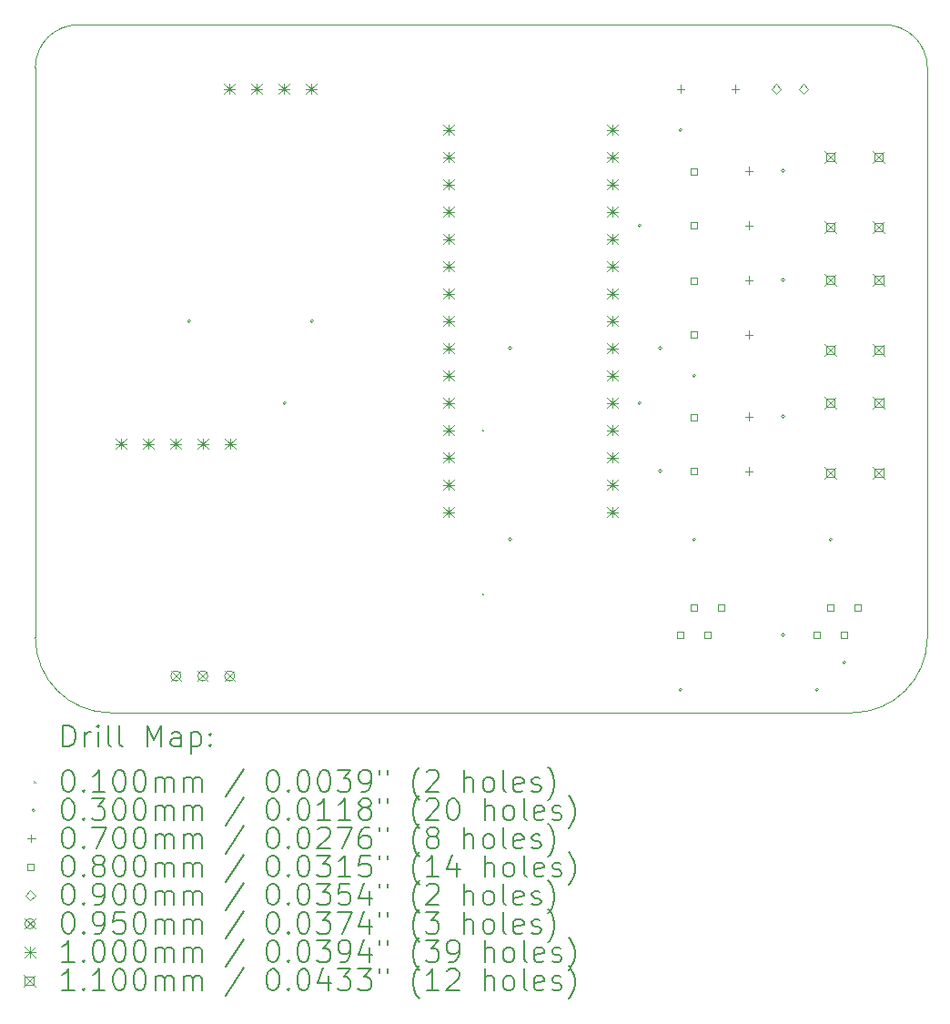
<source format=gbr>
%TF.GenerationSoftware,KiCad,Pcbnew,9.0.3*%
%TF.CreationDate,2025-07-11T17:05:40-05:00*%
%TF.ProjectId,Projects,50726f6a-6563-4747-932e-6b696361645f,11/07/2026*%
%TF.SameCoordinates,Original*%
%TF.FileFunction,Drillmap*%
%TF.FilePolarity,Positive*%
%FSLAX45Y45*%
G04 Gerber Fmt 4.5, Leading zero omitted, Abs format (unit mm)*
G04 Created by KiCad (PCBNEW 9.0.3) date 2025-07-11 17:05:40*
%MOMM*%
%LPD*%
G01*
G04 APERTURE LIST*
%ADD10C,0.050000*%
%ADD11C,0.200000*%
%ADD12C,0.100000*%
%ADD13C,0.110000*%
G04 APERTURE END LIST*
D10*
X13200000Y-5500000D02*
G75*
G02*
X13600000Y-5900000I0J-400000D01*
G01*
X5300000Y-5900000D02*
G75*
G02*
X5700000Y-5500000I400000J0D01*
G01*
X5300000Y-5900000D02*
X5300000Y-11200000D01*
X6000000Y-11900000D02*
G75*
G02*
X5300000Y-11200000I0J700000D01*
G01*
X13600000Y-5900000D02*
X13600000Y-11200000D01*
X5700000Y-5500000D02*
X13200000Y-5500000D01*
X13600000Y-11200000D02*
G75*
G02*
X12900000Y-11900000I-700000J0D01*
G01*
X6000000Y-11900000D02*
X12900000Y-11900000D01*
D11*
D12*
X9456500Y-9266000D02*
X9466500Y-9276000D01*
X9466500Y-9266000D02*
X9456500Y-9276000D01*
X9456500Y-10790000D02*
X9466500Y-10800000D01*
X9466500Y-10790000D02*
X9456500Y-10800000D01*
X6746000Y-8255000D02*
G75*
G02*
X6716000Y-8255000I-15000J0D01*
G01*
X6716000Y-8255000D02*
G75*
G02*
X6746000Y-8255000I15000J0D01*
G01*
X7635000Y-9017000D02*
G75*
G02*
X7605000Y-9017000I-15000J0D01*
G01*
X7605000Y-9017000D02*
G75*
G02*
X7635000Y-9017000I15000J0D01*
G01*
X7889000Y-8255000D02*
G75*
G02*
X7859000Y-8255000I-15000J0D01*
G01*
X7859000Y-8255000D02*
G75*
G02*
X7889000Y-8255000I15000J0D01*
G01*
X9730500Y-8509000D02*
G75*
G02*
X9700500Y-8509000I-15000J0D01*
G01*
X9700500Y-8509000D02*
G75*
G02*
X9730500Y-8509000I15000J0D01*
G01*
X9730500Y-10287000D02*
G75*
G02*
X9700500Y-10287000I-15000J0D01*
G01*
X9700500Y-10287000D02*
G75*
G02*
X9730500Y-10287000I15000J0D01*
G01*
X10937000Y-7366000D02*
G75*
G02*
X10907000Y-7366000I-15000J0D01*
G01*
X10907000Y-7366000D02*
G75*
G02*
X10937000Y-7366000I15000J0D01*
G01*
X10937000Y-9017000D02*
G75*
G02*
X10907000Y-9017000I-15000J0D01*
G01*
X10907000Y-9017000D02*
G75*
G02*
X10937000Y-9017000I15000J0D01*
G01*
X11127500Y-8509000D02*
G75*
G02*
X11097500Y-8509000I-15000J0D01*
G01*
X11097500Y-8509000D02*
G75*
G02*
X11127500Y-8509000I15000J0D01*
G01*
X11127500Y-9652000D02*
G75*
G02*
X11097500Y-9652000I-15000J0D01*
G01*
X11097500Y-9652000D02*
G75*
G02*
X11127500Y-9652000I15000J0D01*
G01*
X11318000Y-6477000D02*
G75*
G02*
X11288000Y-6477000I-15000J0D01*
G01*
X11288000Y-6477000D02*
G75*
G02*
X11318000Y-6477000I15000J0D01*
G01*
X11318000Y-11684000D02*
G75*
G02*
X11288000Y-11684000I-15000J0D01*
G01*
X11288000Y-11684000D02*
G75*
G02*
X11318000Y-11684000I15000J0D01*
G01*
X11445000Y-8763000D02*
G75*
G02*
X11415000Y-8763000I-15000J0D01*
G01*
X11415000Y-8763000D02*
G75*
G02*
X11445000Y-8763000I15000J0D01*
G01*
X11445000Y-10287000D02*
G75*
G02*
X11415000Y-10287000I-15000J0D01*
G01*
X11415000Y-10287000D02*
G75*
G02*
X11445000Y-10287000I15000J0D01*
G01*
X12270500Y-6858000D02*
G75*
G02*
X12240500Y-6858000I-15000J0D01*
G01*
X12240500Y-6858000D02*
G75*
G02*
X12270500Y-6858000I15000J0D01*
G01*
X12270500Y-7874000D02*
G75*
G02*
X12240500Y-7874000I-15000J0D01*
G01*
X12240500Y-7874000D02*
G75*
G02*
X12270500Y-7874000I15000J0D01*
G01*
X12270500Y-9144000D02*
G75*
G02*
X12240500Y-9144000I-15000J0D01*
G01*
X12240500Y-9144000D02*
G75*
G02*
X12270500Y-9144000I15000J0D01*
G01*
X12270500Y-11176000D02*
G75*
G02*
X12240500Y-11176000I-15000J0D01*
G01*
X12240500Y-11176000D02*
G75*
G02*
X12270500Y-11176000I15000J0D01*
G01*
X12588000Y-11684000D02*
G75*
G02*
X12558000Y-11684000I-15000J0D01*
G01*
X12558000Y-11684000D02*
G75*
G02*
X12588000Y-11684000I15000J0D01*
G01*
X12715000Y-10287000D02*
G75*
G02*
X12685000Y-10287000I-15000J0D01*
G01*
X12685000Y-10287000D02*
G75*
G02*
X12715000Y-10287000I15000J0D01*
G01*
X12842000Y-11430000D02*
G75*
G02*
X12812000Y-11430000I-15000J0D01*
G01*
X12812000Y-11430000D02*
G75*
G02*
X12842000Y-11430000I15000J0D01*
G01*
X11303000Y-6061000D02*
X11303000Y-6131000D01*
X11268000Y-6096000D02*
X11338000Y-6096000D01*
X11811000Y-6061000D02*
X11811000Y-6131000D01*
X11776000Y-6096000D02*
X11846000Y-6096000D01*
X11938000Y-6823000D02*
X11938000Y-6893000D01*
X11903000Y-6858000D02*
X11973000Y-6858000D01*
X11938000Y-7331000D02*
X11938000Y-7401000D01*
X11903000Y-7366000D02*
X11973000Y-7366000D01*
X11938000Y-7839000D02*
X11938000Y-7909000D01*
X11903000Y-7874000D02*
X11973000Y-7874000D01*
X11938000Y-8347000D02*
X11938000Y-8417000D01*
X11903000Y-8382000D02*
X11973000Y-8382000D01*
X11938000Y-9109000D02*
X11938000Y-9179000D01*
X11903000Y-9144000D02*
X11973000Y-9144000D01*
X11938000Y-9617000D02*
X11938000Y-9687000D01*
X11903000Y-9652000D02*
X11973000Y-9652000D01*
X11331284Y-11204284D02*
X11331284Y-11147716D01*
X11274715Y-11147716D01*
X11274715Y-11204284D01*
X11331284Y-11204284D01*
X11458284Y-6894284D02*
X11458284Y-6837715D01*
X11401715Y-6837715D01*
X11401715Y-6894284D01*
X11458284Y-6894284D01*
X11458284Y-7394284D02*
X11458284Y-7337715D01*
X11401715Y-7337715D01*
X11401715Y-7394284D01*
X11458284Y-7394284D01*
X11458284Y-7910284D02*
X11458284Y-7853715D01*
X11401715Y-7853715D01*
X11401715Y-7910284D01*
X11458284Y-7910284D01*
X11458284Y-8410285D02*
X11458284Y-8353715D01*
X11401715Y-8353715D01*
X11401715Y-8410285D01*
X11458284Y-8410285D01*
X11458284Y-9180285D02*
X11458284Y-9123716D01*
X11401715Y-9123716D01*
X11401715Y-9180285D01*
X11458284Y-9180285D01*
X11458284Y-9680285D02*
X11458284Y-9623716D01*
X11401715Y-9623716D01*
X11401715Y-9680285D01*
X11458284Y-9680285D01*
X11458284Y-10950285D02*
X11458284Y-10893716D01*
X11401715Y-10893716D01*
X11401715Y-10950285D01*
X11458284Y-10950285D01*
X11585284Y-11204284D02*
X11585284Y-11147716D01*
X11528715Y-11147716D01*
X11528715Y-11204284D01*
X11585284Y-11204284D01*
X11712284Y-10950285D02*
X11712284Y-10893716D01*
X11655715Y-10893716D01*
X11655715Y-10950285D01*
X11712284Y-10950285D01*
X12601284Y-11204284D02*
X12601284Y-11147716D01*
X12544715Y-11147716D01*
X12544715Y-11204284D01*
X12601284Y-11204284D01*
X12728284Y-10950285D02*
X12728284Y-10893716D01*
X12671715Y-10893716D01*
X12671715Y-10950285D01*
X12728284Y-10950285D01*
X12855284Y-11204284D02*
X12855284Y-11147716D01*
X12798715Y-11147716D01*
X12798715Y-11204284D01*
X12855284Y-11204284D01*
X12982284Y-10950285D02*
X12982284Y-10893716D01*
X12925715Y-10893716D01*
X12925715Y-10950285D01*
X12982284Y-10950285D01*
X12192000Y-6141000D02*
X12237000Y-6096000D01*
X12192000Y-6051000D01*
X12147000Y-6096000D01*
X12192000Y-6141000D01*
X12446000Y-6141000D02*
X12491000Y-6096000D01*
X12446000Y-6051000D01*
X12401000Y-6096000D01*
X12446000Y-6141000D01*
X6560500Y-11509500D02*
X6655500Y-11604500D01*
X6655500Y-11509500D02*
X6560500Y-11604500D01*
X6655500Y-11557000D02*
G75*
G02*
X6560500Y-11557000I-47500J0D01*
G01*
X6560500Y-11557000D02*
G75*
G02*
X6655500Y-11557000I47500J0D01*
G01*
X6810500Y-11509500D02*
X6905500Y-11604500D01*
X6905500Y-11509500D02*
X6810500Y-11604500D01*
X6905500Y-11557000D02*
G75*
G02*
X6810500Y-11557000I-47500J0D01*
G01*
X6810500Y-11557000D02*
G75*
G02*
X6905500Y-11557000I47500J0D01*
G01*
X7060500Y-11509500D02*
X7155500Y-11604500D01*
X7155500Y-11509500D02*
X7060500Y-11604500D01*
X7155500Y-11557000D02*
G75*
G02*
X7060500Y-11557000I-47500J0D01*
G01*
X7060500Y-11557000D02*
G75*
G02*
X7155500Y-11557000I47500J0D01*
G01*
X6046000Y-9348000D02*
X6146000Y-9448000D01*
X6146000Y-9348000D02*
X6046000Y-9448000D01*
X6096000Y-9348000D02*
X6096000Y-9448000D01*
X6046000Y-9398000D02*
X6146000Y-9398000D01*
X6300000Y-9348000D02*
X6400000Y-9448000D01*
X6400000Y-9348000D02*
X6300000Y-9448000D01*
X6350000Y-9348000D02*
X6350000Y-9448000D01*
X6300000Y-9398000D02*
X6400000Y-9398000D01*
X6554000Y-9348000D02*
X6654000Y-9448000D01*
X6654000Y-9348000D02*
X6554000Y-9448000D01*
X6604000Y-9348000D02*
X6604000Y-9448000D01*
X6554000Y-9398000D02*
X6654000Y-9398000D01*
X6808000Y-9348000D02*
X6908000Y-9448000D01*
X6908000Y-9348000D02*
X6808000Y-9448000D01*
X6858000Y-9348000D02*
X6858000Y-9448000D01*
X6808000Y-9398000D02*
X6908000Y-9398000D01*
X7056920Y-6046000D02*
X7156920Y-6146000D01*
X7156920Y-6046000D02*
X7056920Y-6146000D01*
X7106920Y-6046000D02*
X7106920Y-6146000D01*
X7056920Y-6096000D02*
X7156920Y-6096000D01*
X7062000Y-9348000D02*
X7162000Y-9448000D01*
X7162000Y-9348000D02*
X7062000Y-9448000D01*
X7112000Y-9348000D02*
X7112000Y-9448000D01*
X7062000Y-9398000D02*
X7162000Y-9398000D01*
X7310920Y-6046000D02*
X7410920Y-6146000D01*
X7410920Y-6046000D02*
X7310920Y-6146000D01*
X7360920Y-6046000D02*
X7360920Y-6146000D01*
X7310920Y-6096000D02*
X7410920Y-6096000D01*
X7564920Y-6046000D02*
X7664920Y-6146000D01*
X7664920Y-6046000D02*
X7564920Y-6146000D01*
X7614920Y-6046000D02*
X7614920Y-6146000D01*
X7564920Y-6096000D02*
X7664920Y-6096000D01*
X7818920Y-6046000D02*
X7918920Y-6146000D01*
X7918920Y-6046000D02*
X7818920Y-6146000D01*
X7868920Y-6046000D02*
X7868920Y-6146000D01*
X7818920Y-6096000D02*
X7918920Y-6096000D01*
X9094000Y-6427000D02*
X9194000Y-6527000D01*
X9194000Y-6427000D02*
X9094000Y-6527000D01*
X9144000Y-6427000D02*
X9144000Y-6527000D01*
X9094000Y-6477000D02*
X9194000Y-6477000D01*
X9094000Y-6681000D02*
X9194000Y-6781000D01*
X9194000Y-6681000D02*
X9094000Y-6781000D01*
X9144000Y-6681000D02*
X9144000Y-6781000D01*
X9094000Y-6731000D02*
X9194000Y-6731000D01*
X9094000Y-6935000D02*
X9194000Y-7035000D01*
X9194000Y-6935000D02*
X9094000Y-7035000D01*
X9144000Y-6935000D02*
X9144000Y-7035000D01*
X9094000Y-6985000D02*
X9194000Y-6985000D01*
X9094000Y-7189000D02*
X9194000Y-7289000D01*
X9194000Y-7189000D02*
X9094000Y-7289000D01*
X9144000Y-7189000D02*
X9144000Y-7289000D01*
X9094000Y-7239000D02*
X9194000Y-7239000D01*
X9094000Y-7443000D02*
X9194000Y-7543000D01*
X9194000Y-7443000D02*
X9094000Y-7543000D01*
X9144000Y-7443000D02*
X9144000Y-7543000D01*
X9094000Y-7493000D02*
X9194000Y-7493000D01*
X9094000Y-7697000D02*
X9194000Y-7797000D01*
X9194000Y-7697000D02*
X9094000Y-7797000D01*
X9144000Y-7697000D02*
X9144000Y-7797000D01*
X9094000Y-7747000D02*
X9194000Y-7747000D01*
X9094000Y-7951000D02*
X9194000Y-8051000D01*
X9194000Y-7951000D02*
X9094000Y-8051000D01*
X9144000Y-7951000D02*
X9144000Y-8051000D01*
X9094000Y-8001000D02*
X9194000Y-8001000D01*
X9094000Y-8205000D02*
X9194000Y-8305000D01*
X9194000Y-8205000D02*
X9094000Y-8305000D01*
X9144000Y-8205000D02*
X9144000Y-8305000D01*
X9094000Y-8255000D02*
X9194000Y-8255000D01*
X9094000Y-8459000D02*
X9194000Y-8559000D01*
X9194000Y-8459000D02*
X9094000Y-8559000D01*
X9144000Y-8459000D02*
X9144000Y-8559000D01*
X9094000Y-8509000D02*
X9194000Y-8509000D01*
X9094000Y-8713000D02*
X9194000Y-8813000D01*
X9194000Y-8713000D02*
X9094000Y-8813000D01*
X9144000Y-8713000D02*
X9144000Y-8813000D01*
X9094000Y-8763000D02*
X9194000Y-8763000D01*
X9094000Y-8967000D02*
X9194000Y-9067000D01*
X9194000Y-8967000D02*
X9094000Y-9067000D01*
X9144000Y-8967000D02*
X9144000Y-9067000D01*
X9094000Y-9017000D02*
X9194000Y-9017000D01*
X9094000Y-9221000D02*
X9194000Y-9321000D01*
X9194000Y-9221000D02*
X9094000Y-9321000D01*
X9144000Y-9221000D02*
X9144000Y-9321000D01*
X9094000Y-9271000D02*
X9194000Y-9271000D01*
X9094000Y-9475000D02*
X9194000Y-9575000D01*
X9194000Y-9475000D02*
X9094000Y-9575000D01*
X9144000Y-9475000D02*
X9144000Y-9575000D01*
X9094000Y-9525000D02*
X9194000Y-9525000D01*
X9094000Y-9729000D02*
X9194000Y-9829000D01*
X9194000Y-9729000D02*
X9094000Y-9829000D01*
X9144000Y-9729000D02*
X9144000Y-9829000D01*
X9094000Y-9779000D02*
X9194000Y-9779000D01*
X9094000Y-9983000D02*
X9194000Y-10083000D01*
X9194000Y-9983000D02*
X9094000Y-10083000D01*
X9144000Y-9983000D02*
X9144000Y-10083000D01*
X9094000Y-10033000D02*
X9194000Y-10033000D01*
X10618000Y-6427000D02*
X10718000Y-6527000D01*
X10718000Y-6427000D02*
X10618000Y-6527000D01*
X10668000Y-6427000D02*
X10668000Y-6527000D01*
X10618000Y-6477000D02*
X10718000Y-6477000D01*
X10618000Y-6681000D02*
X10718000Y-6781000D01*
X10718000Y-6681000D02*
X10618000Y-6781000D01*
X10668000Y-6681000D02*
X10668000Y-6781000D01*
X10618000Y-6731000D02*
X10718000Y-6731000D01*
X10618000Y-6935000D02*
X10718000Y-7035000D01*
X10718000Y-6935000D02*
X10618000Y-7035000D01*
X10668000Y-6935000D02*
X10668000Y-7035000D01*
X10618000Y-6985000D02*
X10718000Y-6985000D01*
X10618000Y-7189000D02*
X10718000Y-7289000D01*
X10718000Y-7189000D02*
X10618000Y-7289000D01*
X10668000Y-7189000D02*
X10668000Y-7289000D01*
X10618000Y-7239000D02*
X10718000Y-7239000D01*
X10618000Y-7443000D02*
X10718000Y-7543000D01*
X10718000Y-7443000D02*
X10618000Y-7543000D01*
X10668000Y-7443000D02*
X10668000Y-7543000D01*
X10618000Y-7493000D02*
X10718000Y-7493000D01*
X10618000Y-7697000D02*
X10718000Y-7797000D01*
X10718000Y-7697000D02*
X10618000Y-7797000D01*
X10668000Y-7697000D02*
X10668000Y-7797000D01*
X10618000Y-7747000D02*
X10718000Y-7747000D01*
X10618000Y-7951000D02*
X10718000Y-8051000D01*
X10718000Y-7951000D02*
X10618000Y-8051000D01*
X10668000Y-7951000D02*
X10668000Y-8051000D01*
X10618000Y-8001000D02*
X10718000Y-8001000D01*
X10618000Y-8205000D02*
X10718000Y-8305000D01*
X10718000Y-8205000D02*
X10618000Y-8305000D01*
X10668000Y-8205000D02*
X10668000Y-8305000D01*
X10618000Y-8255000D02*
X10718000Y-8255000D01*
X10618000Y-8459000D02*
X10718000Y-8559000D01*
X10718000Y-8459000D02*
X10618000Y-8559000D01*
X10668000Y-8459000D02*
X10668000Y-8559000D01*
X10618000Y-8509000D02*
X10718000Y-8509000D01*
X10618000Y-8713000D02*
X10718000Y-8813000D01*
X10718000Y-8713000D02*
X10618000Y-8813000D01*
X10668000Y-8713000D02*
X10668000Y-8813000D01*
X10618000Y-8763000D02*
X10718000Y-8763000D01*
X10618000Y-8967000D02*
X10718000Y-9067000D01*
X10718000Y-8967000D02*
X10618000Y-9067000D01*
X10668000Y-8967000D02*
X10668000Y-9067000D01*
X10618000Y-9017000D02*
X10718000Y-9017000D01*
X10618000Y-9221000D02*
X10718000Y-9321000D01*
X10718000Y-9221000D02*
X10618000Y-9321000D01*
X10668000Y-9221000D02*
X10668000Y-9321000D01*
X10618000Y-9271000D02*
X10718000Y-9271000D01*
X10618000Y-9475000D02*
X10718000Y-9575000D01*
X10718000Y-9475000D02*
X10618000Y-9575000D01*
X10668000Y-9475000D02*
X10668000Y-9575000D01*
X10618000Y-9525000D02*
X10718000Y-9525000D01*
X10618000Y-9729000D02*
X10718000Y-9829000D01*
X10718000Y-9729000D02*
X10618000Y-9829000D01*
X10668000Y-9729000D02*
X10668000Y-9829000D01*
X10618000Y-9779000D02*
X10718000Y-9779000D01*
X10618000Y-9983000D02*
X10718000Y-10083000D01*
X10718000Y-9983000D02*
X10618000Y-10083000D01*
X10668000Y-9983000D02*
X10668000Y-10083000D01*
X10618000Y-10033000D02*
X10718000Y-10033000D01*
D13*
X12639500Y-6676000D02*
X12749500Y-6786000D01*
X12749500Y-6676000D02*
X12639500Y-6786000D01*
X12733391Y-6769891D02*
X12733391Y-6692109D01*
X12655609Y-6692109D01*
X12655609Y-6769891D01*
X12733391Y-6769891D01*
X12639500Y-7326000D02*
X12749500Y-7436000D01*
X12749500Y-7326000D02*
X12639500Y-7436000D01*
X12733391Y-7419891D02*
X12733391Y-7342109D01*
X12655609Y-7342109D01*
X12655609Y-7419891D01*
X12733391Y-7419891D01*
X12645000Y-7819000D02*
X12755000Y-7929000D01*
X12755000Y-7819000D02*
X12645000Y-7929000D01*
X12738891Y-7912891D02*
X12738891Y-7835109D01*
X12661109Y-7835109D01*
X12661109Y-7912891D01*
X12738891Y-7912891D01*
X12645000Y-8469000D02*
X12755000Y-8579000D01*
X12755000Y-8469000D02*
X12645000Y-8579000D01*
X12738891Y-8562891D02*
X12738891Y-8485109D01*
X12661109Y-8485109D01*
X12661109Y-8562891D01*
X12738891Y-8562891D01*
X12645000Y-8962000D02*
X12755000Y-9072000D01*
X12755000Y-8962000D02*
X12645000Y-9072000D01*
X12738891Y-9055891D02*
X12738891Y-8978109D01*
X12661109Y-8978109D01*
X12661109Y-9055891D01*
X12738891Y-9055891D01*
X12645000Y-9612000D02*
X12755000Y-9722000D01*
X12755000Y-9612000D02*
X12645000Y-9722000D01*
X12738891Y-9705891D02*
X12738891Y-9628109D01*
X12661109Y-9628109D01*
X12661109Y-9705891D01*
X12738891Y-9705891D01*
X13089500Y-6676000D02*
X13199500Y-6786000D01*
X13199500Y-6676000D02*
X13089500Y-6786000D01*
X13183391Y-6769891D02*
X13183391Y-6692109D01*
X13105609Y-6692109D01*
X13105609Y-6769891D01*
X13183391Y-6769891D01*
X13089500Y-7326000D02*
X13199500Y-7436000D01*
X13199500Y-7326000D02*
X13089500Y-7436000D01*
X13183391Y-7419891D02*
X13183391Y-7342109D01*
X13105609Y-7342109D01*
X13105609Y-7419891D01*
X13183391Y-7419891D01*
X13095000Y-7819000D02*
X13205000Y-7929000D01*
X13205000Y-7819000D02*
X13095000Y-7929000D01*
X13188891Y-7912891D02*
X13188891Y-7835109D01*
X13111109Y-7835109D01*
X13111109Y-7912891D01*
X13188891Y-7912891D01*
X13095000Y-8469000D02*
X13205000Y-8579000D01*
X13205000Y-8469000D02*
X13095000Y-8579000D01*
X13188891Y-8562891D02*
X13188891Y-8485109D01*
X13111109Y-8485109D01*
X13111109Y-8562891D01*
X13188891Y-8562891D01*
X13095000Y-8962000D02*
X13205000Y-9072000D01*
X13205000Y-8962000D02*
X13095000Y-9072000D01*
X13188891Y-9055891D02*
X13188891Y-8978109D01*
X13111109Y-8978109D01*
X13111109Y-9055891D01*
X13188891Y-9055891D01*
X13095000Y-9612000D02*
X13205000Y-9722000D01*
X13205000Y-9612000D02*
X13095000Y-9722000D01*
X13188891Y-9705891D02*
X13188891Y-9628109D01*
X13111109Y-9628109D01*
X13111109Y-9705891D01*
X13188891Y-9705891D01*
D11*
X5558277Y-12213984D02*
X5558277Y-12013984D01*
X5558277Y-12013984D02*
X5605896Y-12013984D01*
X5605896Y-12013984D02*
X5634467Y-12023508D01*
X5634467Y-12023508D02*
X5653515Y-12042555D01*
X5653515Y-12042555D02*
X5663039Y-12061603D01*
X5663039Y-12061603D02*
X5672562Y-12099698D01*
X5672562Y-12099698D02*
X5672562Y-12128269D01*
X5672562Y-12128269D02*
X5663039Y-12166365D01*
X5663039Y-12166365D02*
X5653515Y-12185412D01*
X5653515Y-12185412D02*
X5634467Y-12204460D01*
X5634467Y-12204460D02*
X5605896Y-12213984D01*
X5605896Y-12213984D02*
X5558277Y-12213984D01*
X5758277Y-12213984D02*
X5758277Y-12080650D01*
X5758277Y-12118746D02*
X5767801Y-12099698D01*
X5767801Y-12099698D02*
X5777324Y-12090174D01*
X5777324Y-12090174D02*
X5796372Y-12080650D01*
X5796372Y-12080650D02*
X5815420Y-12080650D01*
X5882086Y-12213984D02*
X5882086Y-12080650D01*
X5882086Y-12013984D02*
X5872562Y-12023508D01*
X5872562Y-12023508D02*
X5882086Y-12033031D01*
X5882086Y-12033031D02*
X5891610Y-12023508D01*
X5891610Y-12023508D02*
X5882086Y-12013984D01*
X5882086Y-12013984D02*
X5882086Y-12033031D01*
X6005896Y-12213984D02*
X5986848Y-12204460D01*
X5986848Y-12204460D02*
X5977324Y-12185412D01*
X5977324Y-12185412D02*
X5977324Y-12013984D01*
X6110658Y-12213984D02*
X6091610Y-12204460D01*
X6091610Y-12204460D02*
X6082086Y-12185412D01*
X6082086Y-12185412D02*
X6082086Y-12013984D01*
X6339229Y-12213984D02*
X6339229Y-12013984D01*
X6339229Y-12013984D02*
X6405896Y-12156841D01*
X6405896Y-12156841D02*
X6472562Y-12013984D01*
X6472562Y-12013984D02*
X6472562Y-12213984D01*
X6653515Y-12213984D02*
X6653515Y-12109222D01*
X6653515Y-12109222D02*
X6643991Y-12090174D01*
X6643991Y-12090174D02*
X6624943Y-12080650D01*
X6624943Y-12080650D02*
X6586848Y-12080650D01*
X6586848Y-12080650D02*
X6567801Y-12090174D01*
X6653515Y-12204460D02*
X6634467Y-12213984D01*
X6634467Y-12213984D02*
X6586848Y-12213984D01*
X6586848Y-12213984D02*
X6567801Y-12204460D01*
X6567801Y-12204460D02*
X6558277Y-12185412D01*
X6558277Y-12185412D02*
X6558277Y-12166365D01*
X6558277Y-12166365D02*
X6567801Y-12147317D01*
X6567801Y-12147317D02*
X6586848Y-12137793D01*
X6586848Y-12137793D02*
X6634467Y-12137793D01*
X6634467Y-12137793D02*
X6653515Y-12128269D01*
X6748753Y-12080650D02*
X6748753Y-12280650D01*
X6748753Y-12090174D02*
X6767801Y-12080650D01*
X6767801Y-12080650D02*
X6805896Y-12080650D01*
X6805896Y-12080650D02*
X6824943Y-12090174D01*
X6824943Y-12090174D02*
X6834467Y-12099698D01*
X6834467Y-12099698D02*
X6843991Y-12118746D01*
X6843991Y-12118746D02*
X6843991Y-12175888D01*
X6843991Y-12175888D02*
X6834467Y-12194936D01*
X6834467Y-12194936D02*
X6824943Y-12204460D01*
X6824943Y-12204460D02*
X6805896Y-12213984D01*
X6805896Y-12213984D02*
X6767801Y-12213984D01*
X6767801Y-12213984D02*
X6748753Y-12204460D01*
X6929705Y-12194936D02*
X6939229Y-12204460D01*
X6939229Y-12204460D02*
X6929705Y-12213984D01*
X6929705Y-12213984D02*
X6920182Y-12204460D01*
X6920182Y-12204460D02*
X6929705Y-12194936D01*
X6929705Y-12194936D02*
X6929705Y-12213984D01*
X6929705Y-12090174D02*
X6939229Y-12099698D01*
X6939229Y-12099698D02*
X6929705Y-12109222D01*
X6929705Y-12109222D02*
X6920182Y-12099698D01*
X6920182Y-12099698D02*
X6929705Y-12090174D01*
X6929705Y-12090174D02*
X6929705Y-12109222D01*
D12*
X5287500Y-12537500D02*
X5297500Y-12547500D01*
X5297500Y-12537500D02*
X5287500Y-12547500D01*
D11*
X5596372Y-12433984D02*
X5615420Y-12433984D01*
X5615420Y-12433984D02*
X5634467Y-12443508D01*
X5634467Y-12443508D02*
X5643991Y-12453031D01*
X5643991Y-12453031D02*
X5653515Y-12472079D01*
X5653515Y-12472079D02*
X5663039Y-12510174D01*
X5663039Y-12510174D02*
X5663039Y-12557793D01*
X5663039Y-12557793D02*
X5653515Y-12595888D01*
X5653515Y-12595888D02*
X5643991Y-12614936D01*
X5643991Y-12614936D02*
X5634467Y-12624460D01*
X5634467Y-12624460D02*
X5615420Y-12633984D01*
X5615420Y-12633984D02*
X5596372Y-12633984D01*
X5596372Y-12633984D02*
X5577324Y-12624460D01*
X5577324Y-12624460D02*
X5567801Y-12614936D01*
X5567801Y-12614936D02*
X5558277Y-12595888D01*
X5558277Y-12595888D02*
X5548753Y-12557793D01*
X5548753Y-12557793D02*
X5548753Y-12510174D01*
X5548753Y-12510174D02*
X5558277Y-12472079D01*
X5558277Y-12472079D02*
X5567801Y-12453031D01*
X5567801Y-12453031D02*
X5577324Y-12443508D01*
X5577324Y-12443508D02*
X5596372Y-12433984D01*
X5748753Y-12614936D02*
X5758277Y-12624460D01*
X5758277Y-12624460D02*
X5748753Y-12633984D01*
X5748753Y-12633984D02*
X5739229Y-12624460D01*
X5739229Y-12624460D02*
X5748753Y-12614936D01*
X5748753Y-12614936D02*
X5748753Y-12633984D01*
X5948753Y-12633984D02*
X5834467Y-12633984D01*
X5891610Y-12633984D02*
X5891610Y-12433984D01*
X5891610Y-12433984D02*
X5872562Y-12462555D01*
X5872562Y-12462555D02*
X5853515Y-12481603D01*
X5853515Y-12481603D02*
X5834467Y-12491127D01*
X6072562Y-12433984D02*
X6091610Y-12433984D01*
X6091610Y-12433984D02*
X6110658Y-12443508D01*
X6110658Y-12443508D02*
X6120182Y-12453031D01*
X6120182Y-12453031D02*
X6129705Y-12472079D01*
X6129705Y-12472079D02*
X6139229Y-12510174D01*
X6139229Y-12510174D02*
X6139229Y-12557793D01*
X6139229Y-12557793D02*
X6129705Y-12595888D01*
X6129705Y-12595888D02*
X6120182Y-12614936D01*
X6120182Y-12614936D02*
X6110658Y-12624460D01*
X6110658Y-12624460D02*
X6091610Y-12633984D01*
X6091610Y-12633984D02*
X6072562Y-12633984D01*
X6072562Y-12633984D02*
X6053515Y-12624460D01*
X6053515Y-12624460D02*
X6043991Y-12614936D01*
X6043991Y-12614936D02*
X6034467Y-12595888D01*
X6034467Y-12595888D02*
X6024943Y-12557793D01*
X6024943Y-12557793D02*
X6024943Y-12510174D01*
X6024943Y-12510174D02*
X6034467Y-12472079D01*
X6034467Y-12472079D02*
X6043991Y-12453031D01*
X6043991Y-12453031D02*
X6053515Y-12443508D01*
X6053515Y-12443508D02*
X6072562Y-12433984D01*
X6263039Y-12433984D02*
X6282086Y-12433984D01*
X6282086Y-12433984D02*
X6301134Y-12443508D01*
X6301134Y-12443508D02*
X6310658Y-12453031D01*
X6310658Y-12453031D02*
X6320182Y-12472079D01*
X6320182Y-12472079D02*
X6329705Y-12510174D01*
X6329705Y-12510174D02*
X6329705Y-12557793D01*
X6329705Y-12557793D02*
X6320182Y-12595888D01*
X6320182Y-12595888D02*
X6310658Y-12614936D01*
X6310658Y-12614936D02*
X6301134Y-12624460D01*
X6301134Y-12624460D02*
X6282086Y-12633984D01*
X6282086Y-12633984D02*
X6263039Y-12633984D01*
X6263039Y-12633984D02*
X6243991Y-12624460D01*
X6243991Y-12624460D02*
X6234467Y-12614936D01*
X6234467Y-12614936D02*
X6224943Y-12595888D01*
X6224943Y-12595888D02*
X6215420Y-12557793D01*
X6215420Y-12557793D02*
X6215420Y-12510174D01*
X6215420Y-12510174D02*
X6224943Y-12472079D01*
X6224943Y-12472079D02*
X6234467Y-12453031D01*
X6234467Y-12453031D02*
X6243991Y-12443508D01*
X6243991Y-12443508D02*
X6263039Y-12433984D01*
X6415420Y-12633984D02*
X6415420Y-12500650D01*
X6415420Y-12519698D02*
X6424943Y-12510174D01*
X6424943Y-12510174D02*
X6443991Y-12500650D01*
X6443991Y-12500650D02*
X6472563Y-12500650D01*
X6472563Y-12500650D02*
X6491610Y-12510174D01*
X6491610Y-12510174D02*
X6501134Y-12529222D01*
X6501134Y-12529222D02*
X6501134Y-12633984D01*
X6501134Y-12529222D02*
X6510658Y-12510174D01*
X6510658Y-12510174D02*
X6529705Y-12500650D01*
X6529705Y-12500650D02*
X6558277Y-12500650D01*
X6558277Y-12500650D02*
X6577324Y-12510174D01*
X6577324Y-12510174D02*
X6586848Y-12529222D01*
X6586848Y-12529222D02*
X6586848Y-12633984D01*
X6682086Y-12633984D02*
X6682086Y-12500650D01*
X6682086Y-12519698D02*
X6691610Y-12510174D01*
X6691610Y-12510174D02*
X6710658Y-12500650D01*
X6710658Y-12500650D02*
X6739229Y-12500650D01*
X6739229Y-12500650D02*
X6758277Y-12510174D01*
X6758277Y-12510174D02*
X6767801Y-12529222D01*
X6767801Y-12529222D02*
X6767801Y-12633984D01*
X6767801Y-12529222D02*
X6777324Y-12510174D01*
X6777324Y-12510174D02*
X6796372Y-12500650D01*
X6796372Y-12500650D02*
X6824943Y-12500650D01*
X6824943Y-12500650D02*
X6843991Y-12510174D01*
X6843991Y-12510174D02*
X6853515Y-12529222D01*
X6853515Y-12529222D02*
X6853515Y-12633984D01*
X7243991Y-12424460D02*
X7072563Y-12681603D01*
X7501134Y-12433984D02*
X7520182Y-12433984D01*
X7520182Y-12433984D02*
X7539229Y-12443508D01*
X7539229Y-12443508D02*
X7548753Y-12453031D01*
X7548753Y-12453031D02*
X7558277Y-12472079D01*
X7558277Y-12472079D02*
X7567801Y-12510174D01*
X7567801Y-12510174D02*
X7567801Y-12557793D01*
X7567801Y-12557793D02*
X7558277Y-12595888D01*
X7558277Y-12595888D02*
X7548753Y-12614936D01*
X7548753Y-12614936D02*
X7539229Y-12624460D01*
X7539229Y-12624460D02*
X7520182Y-12633984D01*
X7520182Y-12633984D02*
X7501134Y-12633984D01*
X7501134Y-12633984D02*
X7482086Y-12624460D01*
X7482086Y-12624460D02*
X7472563Y-12614936D01*
X7472563Y-12614936D02*
X7463039Y-12595888D01*
X7463039Y-12595888D02*
X7453515Y-12557793D01*
X7453515Y-12557793D02*
X7453515Y-12510174D01*
X7453515Y-12510174D02*
X7463039Y-12472079D01*
X7463039Y-12472079D02*
X7472563Y-12453031D01*
X7472563Y-12453031D02*
X7482086Y-12443508D01*
X7482086Y-12443508D02*
X7501134Y-12433984D01*
X7653515Y-12614936D02*
X7663039Y-12624460D01*
X7663039Y-12624460D02*
X7653515Y-12633984D01*
X7653515Y-12633984D02*
X7643991Y-12624460D01*
X7643991Y-12624460D02*
X7653515Y-12614936D01*
X7653515Y-12614936D02*
X7653515Y-12633984D01*
X7786848Y-12433984D02*
X7805896Y-12433984D01*
X7805896Y-12433984D02*
X7824944Y-12443508D01*
X7824944Y-12443508D02*
X7834467Y-12453031D01*
X7834467Y-12453031D02*
X7843991Y-12472079D01*
X7843991Y-12472079D02*
X7853515Y-12510174D01*
X7853515Y-12510174D02*
X7853515Y-12557793D01*
X7853515Y-12557793D02*
X7843991Y-12595888D01*
X7843991Y-12595888D02*
X7834467Y-12614936D01*
X7834467Y-12614936D02*
X7824944Y-12624460D01*
X7824944Y-12624460D02*
X7805896Y-12633984D01*
X7805896Y-12633984D02*
X7786848Y-12633984D01*
X7786848Y-12633984D02*
X7767801Y-12624460D01*
X7767801Y-12624460D02*
X7758277Y-12614936D01*
X7758277Y-12614936D02*
X7748753Y-12595888D01*
X7748753Y-12595888D02*
X7739229Y-12557793D01*
X7739229Y-12557793D02*
X7739229Y-12510174D01*
X7739229Y-12510174D02*
X7748753Y-12472079D01*
X7748753Y-12472079D02*
X7758277Y-12453031D01*
X7758277Y-12453031D02*
X7767801Y-12443508D01*
X7767801Y-12443508D02*
X7786848Y-12433984D01*
X7977325Y-12433984D02*
X7996372Y-12433984D01*
X7996372Y-12433984D02*
X8015420Y-12443508D01*
X8015420Y-12443508D02*
X8024944Y-12453031D01*
X8024944Y-12453031D02*
X8034467Y-12472079D01*
X8034467Y-12472079D02*
X8043991Y-12510174D01*
X8043991Y-12510174D02*
X8043991Y-12557793D01*
X8043991Y-12557793D02*
X8034467Y-12595888D01*
X8034467Y-12595888D02*
X8024944Y-12614936D01*
X8024944Y-12614936D02*
X8015420Y-12624460D01*
X8015420Y-12624460D02*
X7996372Y-12633984D01*
X7996372Y-12633984D02*
X7977325Y-12633984D01*
X7977325Y-12633984D02*
X7958277Y-12624460D01*
X7958277Y-12624460D02*
X7948753Y-12614936D01*
X7948753Y-12614936D02*
X7939229Y-12595888D01*
X7939229Y-12595888D02*
X7929706Y-12557793D01*
X7929706Y-12557793D02*
X7929706Y-12510174D01*
X7929706Y-12510174D02*
X7939229Y-12472079D01*
X7939229Y-12472079D02*
X7948753Y-12453031D01*
X7948753Y-12453031D02*
X7958277Y-12443508D01*
X7958277Y-12443508D02*
X7977325Y-12433984D01*
X8110658Y-12433984D02*
X8234467Y-12433984D01*
X8234467Y-12433984D02*
X8167801Y-12510174D01*
X8167801Y-12510174D02*
X8196372Y-12510174D01*
X8196372Y-12510174D02*
X8215420Y-12519698D01*
X8215420Y-12519698D02*
X8224944Y-12529222D01*
X8224944Y-12529222D02*
X8234467Y-12548269D01*
X8234467Y-12548269D02*
X8234467Y-12595888D01*
X8234467Y-12595888D02*
X8224944Y-12614936D01*
X8224944Y-12614936D02*
X8215420Y-12624460D01*
X8215420Y-12624460D02*
X8196372Y-12633984D01*
X8196372Y-12633984D02*
X8139229Y-12633984D01*
X8139229Y-12633984D02*
X8120182Y-12624460D01*
X8120182Y-12624460D02*
X8110658Y-12614936D01*
X8329706Y-12633984D02*
X8367801Y-12633984D01*
X8367801Y-12633984D02*
X8386848Y-12624460D01*
X8386848Y-12624460D02*
X8396372Y-12614936D01*
X8396372Y-12614936D02*
X8415420Y-12586365D01*
X8415420Y-12586365D02*
X8424944Y-12548269D01*
X8424944Y-12548269D02*
X8424944Y-12472079D01*
X8424944Y-12472079D02*
X8415420Y-12453031D01*
X8415420Y-12453031D02*
X8405896Y-12443508D01*
X8405896Y-12443508D02*
X8386848Y-12433984D01*
X8386848Y-12433984D02*
X8348753Y-12433984D01*
X8348753Y-12433984D02*
X8329706Y-12443508D01*
X8329706Y-12443508D02*
X8320182Y-12453031D01*
X8320182Y-12453031D02*
X8310658Y-12472079D01*
X8310658Y-12472079D02*
X8310658Y-12519698D01*
X8310658Y-12519698D02*
X8320182Y-12538746D01*
X8320182Y-12538746D02*
X8329706Y-12548269D01*
X8329706Y-12548269D02*
X8348753Y-12557793D01*
X8348753Y-12557793D02*
X8386848Y-12557793D01*
X8386848Y-12557793D02*
X8405896Y-12548269D01*
X8405896Y-12548269D02*
X8415420Y-12538746D01*
X8415420Y-12538746D02*
X8424944Y-12519698D01*
X8501134Y-12433984D02*
X8501134Y-12472079D01*
X8577325Y-12433984D02*
X8577325Y-12472079D01*
X8872563Y-12710174D02*
X8863039Y-12700650D01*
X8863039Y-12700650D02*
X8843991Y-12672079D01*
X8843991Y-12672079D02*
X8834468Y-12653031D01*
X8834468Y-12653031D02*
X8824944Y-12624460D01*
X8824944Y-12624460D02*
X8815420Y-12576841D01*
X8815420Y-12576841D02*
X8815420Y-12538746D01*
X8815420Y-12538746D02*
X8824944Y-12491127D01*
X8824944Y-12491127D02*
X8834468Y-12462555D01*
X8834468Y-12462555D02*
X8843991Y-12443508D01*
X8843991Y-12443508D02*
X8863039Y-12414936D01*
X8863039Y-12414936D02*
X8872563Y-12405412D01*
X8939230Y-12453031D02*
X8948753Y-12443508D01*
X8948753Y-12443508D02*
X8967801Y-12433984D01*
X8967801Y-12433984D02*
X9015420Y-12433984D01*
X9015420Y-12433984D02*
X9034468Y-12443508D01*
X9034468Y-12443508D02*
X9043991Y-12453031D01*
X9043991Y-12453031D02*
X9053515Y-12472079D01*
X9053515Y-12472079D02*
X9053515Y-12491127D01*
X9053515Y-12491127D02*
X9043991Y-12519698D01*
X9043991Y-12519698D02*
X8929706Y-12633984D01*
X8929706Y-12633984D02*
X9053515Y-12633984D01*
X9291611Y-12633984D02*
X9291611Y-12433984D01*
X9377325Y-12633984D02*
X9377325Y-12529222D01*
X9377325Y-12529222D02*
X9367801Y-12510174D01*
X9367801Y-12510174D02*
X9348753Y-12500650D01*
X9348753Y-12500650D02*
X9320182Y-12500650D01*
X9320182Y-12500650D02*
X9301134Y-12510174D01*
X9301134Y-12510174D02*
X9291611Y-12519698D01*
X9501134Y-12633984D02*
X9482087Y-12624460D01*
X9482087Y-12624460D02*
X9472563Y-12614936D01*
X9472563Y-12614936D02*
X9463039Y-12595888D01*
X9463039Y-12595888D02*
X9463039Y-12538746D01*
X9463039Y-12538746D02*
X9472563Y-12519698D01*
X9472563Y-12519698D02*
X9482087Y-12510174D01*
X9482087Y-12510174D02*
X9501134Y-12500650D01*
X9501134Y-12500650D02*
X9529706Y-12500650D01*
X9529706Y-12500650D02*
X9548753Y-12510174D01*
X9548753Y-12510174D02*
X9558277Y-12519698D01*
X9558277Y-12519698D02*
X9567801Y-12538746D01*
X9567801Y-12538746D02*
X9567801Y-12595888D01*
X9567801Y-12595888D02*
X9558277Y-12614936D01*
X9558277Y-12614936D02*
X9548753Y-12624460D01*
X9548753Y-12624460D02*
X9529706Y-12633984D01*
X9529706Y-12633984D02*
X9501134Y-12633984D01*
X9682087Y-12633984D02*
X9663039Y-12624460D01*
X9663039Y-12624460D02*
X9653515Y-12605412D01*
X9653515Y-12605412D02*
X9653515Y-12433984D01*
X9834468Y-12624460D02*
X9815420Y-12633984D01*
X9815420Y-12633984D02*
X9777325Y-12633984D01*
X9777325Y-12633984D02*
X9758277Y-12624460D01*
X9758277Y-12624460D02*
X9748753Y-12605412D01*
X9748753Y-12605412D02*
X9748753Y-12529222D01*
X9748753Y-12529222D02*
X9758277Y-12510174D01*
X9758277Y-12510174D02*
X9777325Y-12500650D01*
X9777325Y-12500650D02*
X9815420Y-12500650D01*
X9815420Y-12500650D02*
X9834468Y-12510174D01*
X9834468Y-12510174D02*
X9843992Y-12529222D01*
X9843992Y-12529222D02*
X9843992Y-12548269D01*
X9843992Y-12548269D02*
X9748753Y-12567317D01*
X9920182Y-12624460D02*
X9939230Y-12633984D01*
X9939230Y-12633984D02*
X9977325Y-12633984D01*
X9977325Y-12633984D02*
X9996373Y-12624460D01*
X9996373Y-12624460D02*
X10005896Y-12605412D01*
X10005896Y-12605412D02*
X10005896Y-12595888D01*
X10005896Y-12595888D02*
X9996373Y-12576841D01*
X9996373Y-12576841D02*
X9977325Y-12567317D01*
X9977325Y-12567317D02*
X9948753Y-12567317D01*
X9948753Y-12567317D02*
X9929706Y-12557793D01*
X9929706Y-12557793D02*
X9920182Y-12538746D01*
X9920182Y-12538746D02*
X9920182Y-12529222D01*
X9920182Y-12529222D02*
X9929706Y-12510174D01*
X9929706Y-12510174D02*
X9948753Y-12500650D01*
X9948753Y-12500650D02*
X9977325Y-12500650D01*
X9977325Y-12500650D02*
X9996373Y-12510174D01*
X10072563Y-12710174D02*
X10082087Y-12700650D01*
X10082087Y-12700650D02*
X10101134Y-12672079D01*
X10101134Y-12672079D02*
X10110658Y-12653031D01*
X10110658Y-12653031D02*
X10120182Y-12624460D01*
X10120182Y-12624460D02*
X10129706Y-12576841D01*
X10129706Y-12576841D02*
X10129706Y-12538746D01*
X10129706Y-12538746D02*
X10120182Y-12491127D01*
X10120182Y-12491127D02*
X10110658Y-12462555D01*
X10110658Y-12462555D02*
X10101134Y-12443508D01*
X10101134Y-12443508D02*
X10082087Y-12414936D01*
X10082087Y-12414936D02*
X10072563Y-12405412D01*
D12*
X5297500Y-12806500D02*
G75*
G02*
X5267500Y-12806500I-15000J0D01*
G01*
X5267500Y-12806500D02*
G75*
G02*
X5297500Y-12806500I15000J0D01*
G01*
D11*
X5596372Y-12697984D02*
X5615420Y-12697984D01*
X5615420Y-12697984D02*
X5634467Y-12707508D01*
X5634467Y-12707508D02*
X5643991Y-12717031D01*
X5643991Y-12717031D02*
X5653515Y-12736079D01*
X5653515Y-12736079D02*
X5663039Y-12774174D01*
X5663039Y-12774174D02*
X5663039Y-12821793D01*
X5663039Y-12821793D02*
X5653515Y-12859888D01*
X5653515Y-12859888D02*
X5643991Y-12878936D01*
X5643991Y-12878936D02*
X5634467Y-12888460D01*
X5634467Y-12888460D02*
X5615420Y-12897984D01*
X5615420Y-12897984D02*
X5596372Y-12897984D01*
X5596372Y-12897984D02*
X5577324Y-12888460D01*
X5577324Y-12888460D02*
X5567801Y-12878936D01*
X5567801Y-12878936D02*
X5558277Y-12859888D01*
X5558277Y-12859888D02*
X5548753Y-12821793D01*
X5548753Y-12821793D02*
X5548753Y-12774174D01*
X5548753Y-12774174D02*
X5558277Y-12736079D01*
X5558277Y-12736079D02*
X5567801Y-12717031D01*
X5567801Y-12717031D02*
X5577324Y-12707508D01*
X5577324Y-12707508D02*
X5596372Y-12697984D01*
X5748753Y-12878936D02*
X5758277Y-12888460D01*
X5758277Y-12888460D02*
X5748753Y-12897984D01*
X5748753Y-12897984D02*
X5739229Y-12888460D01*
X5739229Y-12888460D02*
X5748753Y-12878936D01*
X5748753Y-12878936D02*
X5748753Y-12897984D01*
X5824943Y-12697984D02*
X5948753Y-12697984D01*
X5948753Y-12697984D02*
X5882086Y-12774174D01*
X5882086Y-12774174D02*
X5910658Y-12774174D01*
X5910658Y-12774174D02*
X5929705Y-12783698D01*
X5929705Y-12783698D02*
X5939229Y-12793222D01*
X5939229Y-12793222D02*
X5948753Y-12812269D01*
X5948753Y-12812269D02*
X5948753Y-12859888D01*
X5948753Y-12859888D02*
X5939229Y-12878936D01*
X5939229Y-12878936D02*
X5929705Y-12888460D01*
X5929705Y-12888460D02*
X5910658Y-12897984D01*
X5910658Y-12897984D02*
X5853515Y-12897984D01*
X5853515Y-12897984D02*
X5834467Y-12888460D01*
X5834467Y-12888460D02*
X5824943Y-12878936D01*
X6072562Y-12697984D02*
X6091610Y-12697984D01*
X6091610Y-12697984D02*
X6110658Y-12707508D01*
X6110658Y-12707508D02*
X6120182Y-12717031D01*
X6120182Y-12717031D02*
X6129705Y-12736079D01*
X6129705Y-12736079D02*
X6139229Y-12774174D01*
X6139229Y-12774174D02*
X6139229Y-12821793D01*
X6139229Y-12821793D02*
X6129705Y-12859888D01*
X6129705Y-12859888D02*
X6120182Y-12878936D01*
X6120182Y-12878936D02*
X6110658Y-12888460D01*
X6110658Y-12888460D02*
X6091610Y-12897984D01*
X6091610Y-12897984D02*
X6072562Y-12897984D01*
X6072562Y-12897984D02*
X6053515Y-12888460D01*
X6053515Y-12888460D02*
X6043991Y-12878936D01*
X6043991Y-12878936D02*
X6034467Y-12859888D01*
X6034467Y-12859888D02*
X6024943Y-12821793D01*
X6024943Y-12821793D02*
X6024943Y-12774174D01*
X6024943Y-12774174D02*
X6034467Y-12736079D01*
X6034467Y-12736079D02*
X6043991Y-12717031D01*
X6043991Y-12717031D02*
X6053515Y-12707508D01*
X6053515Y-12707508D02*
X6072562Y-12697984D01*
X6263039Y-12697984D02*
X6282086Y-12697984D01*
X6282086Y-12697984D02*
X6301134Y-12707508D01*
X6301134Y-12707508D02*
X6310658Y-12717031D01*
X6310658Y-12717031D02*
X6320182Y-12736079D01*
X6320182Y-12736079D02*
X6329705Y-12774174D01*
X6329705Y-12774174D02*
X6329705Y-12821793D01*
X6329705Y-12821793D02*
X6320182Y-12859888D01*
X6320182Y-12859888D02*
X6310658Y-12878936D01*
X6310658Y-12878936D02*
X6301134Y-12888460D01*
X6301134Y-12888460D02*
X6282086Y-12897984D01*
X6282086Y-12897984D02*
X6263039Y-12897984D01*
X6263039Y-12897984D02*
X6243991Y-12888460D01*
X6243991Y-12888460D02*
X6234467Y-12878936D01*
X6234467Y-12878936D02*
X6224943Y-12859888D01*
X6224943Y-12859888D02*
X6215420Y-12821793D01*
X6215420Y-12821793D02*
X6215420Y-12774174D01*
X6215420Y-12774174D02*
X6224943Y-12736079D01*
X6224943Y-12736079D02*
X6234467Y-12717031D01*
X6234467Y-12717031D02*
X6243991Y-12707508D01*
X6243991Y-12707508D02*
X6263039Y-12697984D01*
X6415420Y-12897984D02*
X6415420Y-12764650D01*
X6415420Y-12783698D02*
X6424943Y-12774174D01*
X6424943Y-12774174D02*
X6443991Y-12764650D01*
X6443991Y-12764650D02*
X6472563Y-12764650D01*
X6472563Y-12764650D02*
X6491610Y-12774174D01*
X6491610Y-12774174D02*
X6501134Y-12793222D01*
X6501134Y-12793222D02*
X6501134Y-12897984D01*
X6501134Y-12793222D02*
X6510658Y-12774174D01*
X6510658Y-12774174D02*
X6529705Y-12764650D01*
X6529705Y-12764650D02*
X6558277Y-12764650D01*
X6558277Y-12764650D02*
X6577324Y-12774174D01*
X6577324Y-12774174D02*
X6586848Y-12793222D01*
X6586848Y-12793222D02*
X6586848Y-12897984D01*
X6682086Y-12897984D02*
X6682086Y-12764650D01*
X6682086Y-12783698D02*
X6691610Y-12774174D01*
X6691610Y-12774174D02*
X6710658Y-12764650D01*
X6710658Y-12764650D02*
X6739229Y-12764650D01*
X6739229Y-12764650D02*
X6758277Y-12774174D01*
X6758277Y-12774174D02*
X6767801Y-12793222D01*
X6767801Y-12793222D02*
X6767801Y-12897984D01*
X6767801Y-12793222D02*
X6777324Y-12774174D01*
X6777324Y-12774174D02*
X6796372Y-12764650D01*
X6796372Y-12764650D02*
X6824943Y-12764650D01*
X6824943Y-12764650D02*
X6843991Y-12774174D01*
X6843991Y-12774174D02*
X6853515Y-12793222D01*
X6853515Y-12793222D02*
X6853515Y-12897984D01*
X7243991Y-12688460D02*
X7072563Y-12945603D01*
X7501134Y-12697984D02*
X7520182Y-12697984D01*
X7520182Y-12697984D02*
X7539229Y-12707508D01*
X7539229Y-12707508D02*
X7548753Y-12717031D01*
X7548753Y-12717031D02*
X7558277Y-12736079D01*
X7558277Y-12736079D02*
X7567801Y-12774174D01*
X7567801Y-12774174D02*
X7567801Y-12821793D01*
X7567801Y-12821793D02*
X7558277Y-12859888D01*
X7558277Y-12859888D02*
X7548753Y-12878936D01*
X7548753Y-12878936D02*
X7539229Y-12888460D01*
X7539229Y-12888460D02*
X7520182Y-12897984D01*
X7520182Y-12897984D02*
X7501134Y-12897984D01*
X7501134Y-12897984D02*
X7482086Y-12888460D01*
X7482086Y-12888460D02*
X7472563Y-12878936D01*
X7472563Y-12878936D02*
X7463039Y-12859888D01*
X7463039Y-12859888D02*
X7453515Y-12821793D01*
X7453515Y-12821793D02*
X7453515Y-12774174D01*
X7453515Y-12774174D02*
X7463039Y-12736079D01*
X7463039Y-12736079D02*
X7472563Y-12717031D01*
X7472563Y-12717031D02*
X7482086Y-12707508D01*
X7482086Y-12707508D02*
X7501134Y-12697984D01*
X7653515Y-12878936D02*
X7663039Y-12888460D01*
X7663039Y-12888460D02*
X7653515Y-12897984D01*
X7653515Y-12897984D02*
X7643991Y-12888460D01*
X7643991Y-12888460D02*
X7653515Y-12878936D01*
X7653515Y-12878936D02*
X7653515Y-12897984D01*
X7786848Y-12697984D02*
X7805896Y-12697984D01*
X7805896Y-12697984D02*
X7824944Y-12707508D01*
X7824944Y-12707508D02*
X7834467Y-12717031D01*
X7834467Y-12717031D02*
X7843991Y-12736079D01*
X7843991Y-12736079D02*
X7853515Y-12774174D01*
X7853515Y-12774174D02*
X7853515Y-12821793D01*
X7853515Y-12821793D02*
X7843991Y-12859888D01*
X7843991Y-12859888D02*
X7834467Y-12878936D01*
X7834467Y-12878936D02*
X7824944Y-12888460D01*
X7824944Y-12888460D02*
X7805896Y-12897984D01*
X7805896Y-12897984D02*
X7786848Y-12897984D01*
X7786848Y-12897984D02*
X7767801Y-12888460D01*
X7767801Y-12888460D02*
X7758277Y-12878936D01*
X7758277Y-12878936D02*
X7748753Y-12859888D01*
X7748753Y-12859888D02*
X7739229Y-12821793D01*
X7739229Y-12821793D02*
X7739229Y-12774174D01*
X7739229Y-12774174D02*
X7748753Y-12736079D01*
X7748753Y-12736079D02*
X7758277Y-12717031D01*
X7758277Y-12717031D02*
X7767801Y-12707508D01*
X7767801Y-12707508D02*
X7786848Y-12697984D01*
X8043991Y-12897984D02*
X7929706Y-12897984D01*
X7986848Y-12897984D02*
X7986848Y-12697984D01*
X7986848Y-12697984D02*
X7967801Y-12726555D01*
X7967801Y-12726555D02*
X7948753Y-12745603D01*
X7948753Y-12745603D02*
X7929706Y-12755127D01*
X8234467Y-12897984D02*
X8120182Y-12897984D01*
X8177325Y-12897984D02*
X8177325Y-12697984D01*
X8177325Y-12697984D02*
X8158277Y-12726555D01*
X8158277Y-12726555D02*
X8139229Y-12745603D01*
X8139229Y-12745603D02*
X8120182Y-12755127D01*
X8348753Y-12783698D02*
X8329706Y-12774174D01*
X8329706Y-12774174D02*
X8320182Y-12764650D01*
X8320182Y-12764650D02*
X8310658Y-12745603D01*
X8310658Y-12745603D02*
X8310658Y-12736079D01*
X8310658Y-12736079D02*
X8320182Y-12717031D01*
X8320182Y-12717031D02*
X8329706Y-12707508D01*
X8329706Y-12707508D02*
X8348753Y-12697984D01*
X8348753Y-12697984D02*
X8386848Y-12697984D01*
X8386848Y-12697984D02*
X8405896Y-12707508D01*
X8405896Y-12707508D02*
X8415420Y-12717031D01*
X8415420Y-12717031D02*
X8424944Y-12736079D01*
X8424944Y-12736079D02*
X8424944Y-12745603D01*
X8424944Y-12745603D02*
X8415420Y-12764650D01*
X8415420Y-12764650D02*
X8405896Y-12774174D01*
X8405896Y-12774174D02*
X8386848Y-12783698D01*
X8386848Y-12783698D02*
X8348753Y-12783698D01*
X8348753Y-12783698D02*
X8329706Y-12793222D01*
X8329706Y-12793222D02*
X8320182Y-12802746D01*
X8320182Y-12802746D02*
X8310658Y-12821793D01*
X8310658Y-12821793D02*
X8310658Y-12859888D01*
X8310658Y-12859888D02*
X8320182Y-12878936D01*
X8320182Y-12878936D02*
X8329706Y-12888460D01*
X8329706Y-12888460D02*
X8348753Y-12897984D01*
X8348753Y-12897984D02*
X8386848Y-12897984D01*
X8386848Y-12897984D02*
X8405896Y-12888460D01*
X8405896Y-12888460D02*
X8415420Y-12878936D01*
X8415420Y-12878936D02*
X8424944Y-12859888D01*
X8424944Y-12859888D02*
X8424944Y-12821793D01*
X8424944Y-12821793D02*
X8415420Y-12802746D01*
X8415420Y-12802746D02*
X8405896Y-12793222D01*
X8405896Y-12793222D02*
X8386848Y-12783698D01*
X8501134Y-12697984D02*
X8501134Y-12736079D01*
X8577325Y-12697984D02*
X8577325Y-12736079D01*
X8872563Y-12974174D02*
X8863039Y-12964650D01*
X8863039Y-12964650D02*
X8843991Y-12936079D01*
X8843991Y-12936079D02*
X8834468Y-12917031D01*
X8834468Y-12917031D02*
X8824944Y-12888460D01*
X8824944Y-12888460D02*
X8815420Y-12840841D01*
X8815420Y-12840841D02*
X8815420Y-12802746D01*
X8815420Y-12802746D02*
X8824944Y-12755127D01*
X8824944Y-12755127D02*
X8834468Y-12726555D01*
X8834468Y-12726555D02*
X8843991Y-12707508D01*
X8843991Y-12707508D02*
X8863039Y-12678936D01*
X8863039Y-12678936D02*
X8872563Y-12669412D01*
X8939230Y-12717031D02*
X8948753Y-12707508D01*
X8948753Y-12707508D02*
X8967801Y-12697984D01*
X8967801Y-12697984D02*
X9015420Y-12697984D01*
X9015420Y-12697984D02*
X9034468Y-12707508D01*
X9034468Y-12707508D02*
X9043991Y-12717031D01*
X9043991Y-12717031D02*
X9053515Y-12736079D01*
X9053515Y-12736079D02*
X9053515Y-12755127D01*
X9053515Y-12755127D02*
X9043991Y-12783698D01*
X9043991Y-12783698D02*
X8929706Y-12897984D01*
X8929706Y-12897984D02*
X9053515Y-12897984D01*
X9177325Y-12697984D02*
X9196372Y-12697984D01*
X9196372Y-12697984D02*
X9215420Y-12707508D01*
X9215420Y-12707508D02*
X9224944Y-12717031D01*
X9224944Y-12717031D02*
X9234468Y-12736079D01*
X9234468Y-12736079D02*
X9243991Y-12774174D01*
X9243991Y-12774174D02*
X9243991Y-12821793D01*
X9243991Y-12821793D02*
X9234468Y-12859888D01*
X9234468Y-12859888D02*
X9224944Y-12878936D01*
X9224944Y-12878936D02*
X9215420Y-12888460D01*
X9215420Y-12888460D02*
X9196372Y-12897984D01*
X9196372Y-12897984D02*
X9177325Y-12897984D01*
X9177325Y-12897984D02*
X9158277Y-12888460D01*
X9158277Y-12888460D02*
X9148753Y-12878936D01*
X9148753Y-12878936D02*
X9139230Y-12859888D01*
X9139230Y-12859888D02*
X9129706Y-12821793D01*
X9129706Y-12821793D02*
X9129706Y-12774174D01*
X9129706Y-12774174D02*
X9139230Y-12736079D01*
X9139230Y-12736079D02*
X9148753Y-12717031D01*
X9148753Y-12717031D02*
X9158277Y-12707508D01*
X9158277Y-12707508D02*
X9177325Y-12697984D01*
X9482087Y-12897984D02*
X9482087Y-12697984D01*
X9567801Y-12897984D02*
X9567801Y-12793222D01*
X9567801Y-12793222D02*
X9558277Y-12774174D01*
X9558277Y-12774174D02*
X9539230Y-12764650D01*
X9539230Y-12764650D02*
X9510658Y-12764650D01*
X9510658Y-12764650D02*
X9491611Y-12774174D01*
X9491611Y-12774174D02*
X9482087Y-12783698D01*
X9691611Y-12897984D02*
X9672563Y-12888460D01*
X9672563Y-12888460D02*
X9663039Y-12878936D01*
X9663039Y-12878936D02*
X9653515Y-12859888D01*
X9653515Y-12859888D02*
X9653515Y-12802746D01*
X9653515Y-12802746D02*
X9663039Y-12783698D01*
X9663039Y-12783698D02*
X9672563Y-12774174D01*
X9672563Y-12774174D02*
X9691611Y-12764650D01*
X9691611Y-12764650D02*
X9720182Y-12764650D01*
X9720182Y-12764650D02*
X9739230Y-12774174D01*
X9739230Y-12774174D02*
X9748753Y-12783698D01*
X9748753Y-12783698D02*
X9758277Y-12802746D01*
X9758277Y-12802746D02*
X9758277Y-12859888D01*
X9758277Y-12859888D02*
X9748753Y-12878936D01*
X9748753Y-12878936D02*
X9739230Y-12888460D01*
X9739230Y-12888460D02*
X9720182Y-12897984D01*
X9720182Y-12897984D02*
X9691611Y-12897984D01*
X9872563Y-12897984D02*
X9853515Y-12888460D01*
X9853515Y-12888460D02*
X9843992Y-12869412D01*
X9843992Y-12869412D02*
X9843992Y-12697984D01*
X10024944Y-12888460D02*
X10005896Y-12897984D01*
X10005896Y-12897984D02*
X9967801Y-12897984D01*
X9967801Y-12897984D02*
X9948753Y-12888460D01*
X9948753Y-12888460D02*
X9939230Y-12869412D01*
X9939230Y-12869412D02*
X9939230Y-12793222D01*
X9939230Y-12793222D02*
X9948753Y-12774174D01*
X9948753Y-12774174D02*
X9967801Y-12764650D01*
X9967801Y-12764650D02*
X10005896Y-12764650D01*
X10005896Y-12764650D02*
X10024944Y-12774174D01*
X10024944Y-12774174D02*
X10034468Y-12793222D01*
X10034468Y-12793222D02*
X10034468Y-12812269D01*
X10034468Y-12812269D02*
X9939230Y-12831317D01*
X10110658Y-12888460D02*
X10129706Y-12897984D01*
X10129706Y-12897984D02*
X10167801Y-12897984D01*
X10167801Y-12897984D02*
X10186849Y-12888460D01*
X10186849Y-12888460D02*
X10196373Y-12869412D01*
X10196373Y-12869412D02*
X10196373Y-12859888D01*
X10196373Y-12859888D02*
X10186849Y-12840841D01*
X10186849Y-12840841D02*
X10167801Y-12831317D01*
X10167801Y-12831317D02*
X10139230Y-12831317D01*
X10139230Y-12831317D02*
X10120182Y-12821793D01*
X10120182Y-12821793D02*
X10110658Y-12802746D01*
X10110658Y-12802746D02*
X10110658Y-12793222D01*
X10110658Y-12793222D02*
X10120182Y-12774174D01*
X10120182Y-12774174D02*
X10139230Y-12764650D01*
X10139230Y-12764650D02*
X10167801Y-12764650D01*
X10167801Y-12764650D02*
X10186849Y-12774174D01*
X10263039Y-12974174D02*
X10272563Y-12964650D01*
X10272563Y-12964650D02*
X10291611Y-12936079D01*
X10291611Y-12936079D02*
X10301134Y-12917031D01*
X10301134Y-12917031D02*
X10310658Y-12888460D01*
X10310658Y-12888460D02*
X10320182Y-12840841D01*
X10320182Y-12840841D02*
X10320182Y-12802746D01*
X10320182Y-12802746D02*
X10310658Y-12755127D01*
X10310658Y-12755127D02*
X10301134Y-12726555D01*
X10301134Y-12726555D02*
X10291611Y-12707508D01*
X10291611Y-12707508D02*
X10272563Y-12678936D01*
X10272563Y-12678936D02*
X10263039Y-12669412D01*
D12*
X5262500Y-13035500D02*
X5262500Y-13105500D01*
X5227500Y-13070500D02*
X5297500Y-13070500D01*
D11*
X5596372Y-12961984D02*
X5615420Y-12961984D01*
X5615420Y-12961984D02*
X5634467Y-12971508D01*
X5634467Y-12971508D02*
X5643991Y-12981031D01*
X5643991Y-12981031D02*
X5653515Y-13000079D01*
X5653515Y-13000079D02*
X5663039Y-13038174D01*
X5663039Y-13038174D02*
X5663039Y-13085793D01*
X5663039Y-13085793D02*
X5653515Y-13123888D01*
X5653515Y-13123888D02*
X5643991Y-13142936D01*
X5643991Y-13142936D02*
X5634467Y-13152460D01*
X5634467Y-13152460D02*
X5615420Y-13161984D01*
X5615420Y-13161984D02*
X5596372Y-13161984D01*
X5596372Y-13161984D02*
X5577324Y-13152460D01*
X5577324Y-13152460D02*
X5567801Y-13142936D01*
X5567801Y-13142936D02*
X5558277Y-13123888D01*
X5558277Y-13123888D02*
X5548753Y-13085793D01*
X5548753Y-13085793D02*
X5548753Y-13038174D01*
X5548753Y-13038174D02*
X5558277Y-13000079D01*
X5558277Y-13000079D02*
X5567801Y-12981031D01*
X5567801Y-12981031D02*
X5577324Y-12971508D01*
X5577324Y-12971508D02*
X5596372Y-12961984D01*
X5748753Y-13142936D02*
X5758277Y-13152460D01*
X5758277Y-13152460D02*
X5748753Y-13161984D01*
X5748753Y-13161984D02*
X5739229Y-13152460D01*
X5739229Y-13152460D02*
X5748753Y-13142936D01*
X5748753Y-13142936D02*
X5748753Y-13161984D01*
X5824943Y-12961984D02*
X5958277Y-12961984D01*
X5958277Y-12961984D02*
X5872562Y-13161984D01*
X6072562Y-12961984D02*
X6091610Y-12961984D01*
X6091610Y-12961984D02*
X6110658Y-12971508D01*
X6110658Y-12971508D02*
X6120182Y-12981031D01*
X6120182Y-12981031D02*
X6129705Y-13000079D01*
X6129705Y-13000079D02*
X6139229Y-13038174D01*
X6139229Y-13038174D02*
X6139229Y-13085793D01*
X6139229Y-13085793D02*
X6129705Y-13123888D01*
X6129705Y-13123888D02*
X6120182Y-13142936D01*
X6120182Y-13142936D02*
X6110658Y-13152460D01*
X6110658Y-13152460D02*
X6091610Y-13161984D01*
X6091610Y-13161984D02*
X6072562Y-13161984D01*
X6072562Y-13161984D02*
X6053515Y-13152460D01*
X6053515Y-13152460D02*
X6043991Y-13142936D01*
X6043991Y-13142936D02*
X6034467Y-13123888D01*
X6034467Y-13123888D02*
X6024943Y-13085793D01*
X6024943Y-13085793D02*
X6024943Y-13038174D01*
X6024943Y-13038174D02*
X6034467Y-13000079D01*
X6034467Y-13000079D02*
X6043991Y-12981031D01*
X6043991Y-12981031D02*
X6053515Y-12971508D01*
X6053515Y-12971508D02*
X6072562Y-12961984D01*
X6263039Y-12961984D02*
X6282086Y-12961984D01*
X6282086Y-12961984D02*
X6301134Y-12971508D01*
X6301134Y-12971508D02*
X6310658Y-12981031D01*
X6310658Y-12981031D02*
X6320182Y-13000079D01*
X6320182Y-13000079D02*
X6329705Y-13038174D01*
X6329705Y-13038174D02*
X6329705Y-13085793D01*
X6329705Y-13085793D02*
X6320182Y-13123888D01*
X6320182Y-13123888D02*
X6310658Y-13142936D01*
X6310658Y-13142936D02*
X6301134Y-13152460D01*
X6301134Y-13152460D02*
X6282086Y-13161984D01*
X6282086Y-13161984D02*
X6263039Y-13161984D01*
X6263039Y-13161984D02*
X6243991Y-13152460D01*
X6243991Y-13152460D02*
X6234467Y-13142936D01*
X6234467Y-13142936D02*
X6224943Y-13123888D01*
X6224943Y-13123888D02*
X6215420Y-13085793D01*
X6215420Y-13085793D02*
X6215420Y-13038174D01*
X6215420Y-13038174D02*
X6224943Y-13000079D01*
X6224943Y-13000079D02*
X6234467Y-12981031D01*
X6234467Y-12981031D02*
X6243991Y-12971508D01*
X6243991Y-12971508D02*
X6263039Y-12961984D01*
X6415420Y-13161984D02*
X6415420Y-13028650D01*
X6415420Y-13047698D02*
X6424943Y-13038174D01*
X6424943Y-13038174D02*
X6443991Y-13028650D01*
X6443991Y-13028650D02*
X6472563Y-13028650D01*
X6472563Y-13028650D02*
X6491610Y-13038174D01*
X6491610Y-13038174D02*
X6501134Y-13057222D01*
X6501134Y-13057222D02*
X6501134Y-13161984D01*
X6501134Y-13057222D02*
X6510658Y-13038174D01*
X6510658Y-13038174D02*
X6529705Y-13028650D01*
X6529705Y-13028650D02*
X6558277Y-13028650D01*
X6558277Y-13028650D02*
X6577324Y-13038174D01*
X6577324Y-13038174D02*
X6586848Y-13057222D01*
X6586848Y-13057222D02*
X6586848Y-13161984D01*
X6682086Y-13161984D02*
X6682086Y-13028650D01*
X6682086Y-13047698D02*
X6691610Y-13038174D01*
X6691610Y-13038174D02*
X6710658Y-13028650D01*
X6710658Y-13028650D02*
X6739229Y-13028650D01*
X6739229Y-13028650D02*
X6758277Y-13038174D01*
X6758277Y-13038174D02*
X6767801Y-13057222D01*
X6767801Y-13057222D02*
X6767801Y-13161984D01*
X6767801Y-13057222D02*
X6777324Y-13038174D01*
X6777324Y-13038174D02*
X6796372Y-13028650D01*
X6796372Y-13028650D02*
X6824943Y-13028650D01*
X6824943Y-13028650D02*
X6843991Y-13038174D01*
X6843991Y-13038174D02*
X6853515Y-13057222D01*
X6853515Y-13057222D02*
X6853515Y-13161984D01*
X7243991Y-12952460D02*
X7072563Y-13209603D01*
X7501134Y-12961984D02*
X7520182Y-12961984D01*
X7520182Y-12961984D02*
X7539229Y-12971508D01*
X7539229Y-12971508D02*
X7548753Y-12981031D01*
X7548753Y-12981031D02*
X7558277Y-13000079D01*
X7558277Y-13000079D02*
X7567801Y-13038174D01*
X7567801Y-13038174D02*
X7567801Y-13085793D01*
X7567801Y-13085793D02*
X7558277Y-13123888D01*
X7558277Y-13123888D02*
X7548753Y-13142936D01*
X7548753Y-13142936D02*
X7539229Y-13152460D01*
X7539229Y-13152460D02*
X7520182Y-13161984D01*
X7520182Y-13161984D02*
X7501134Y-13161984D01*
X7501134Y-13161984D02*
X7482086Y-13152460D01*
X7482086Y-13152460D02*
X7472563Y-13142936D01*
X7472563Y-13142936D02*
X7463039Y-13123888D01*
X7463039Y-13123888D02*
X7453515Y-13085793D01*
X7453515Y-13085793D02*
X7453515Y-13038174D01*
X7453515Y-13038174D02*
X7463039Y-13000079D01*
X7463039Y-13000079D02*
X7472563Y-12981031D01*
X7472563Y-12981031D02*
X7482086Y-12971508D01*
X7482086Y-12971508D02*
X7501134Y-12961984D01*
X7653515Y-13142936D02*
X7663039Y-13152460D01*
X7663039Y-13152460D02*
X7653515Y-13161984D01*
X7653515Y-13161984D02*
X7643991Y-13152460D01*
X7643991Y-13152460D02*
X7653515Y-13142936D01*
X7653515Y-13142936D02*
X7653515Y-13161984D01*
X7786848Y-12961984D02*
X7805896Y-12961984D01*
X7805896Y-12961984D02*
X7824944Y-12971508D01*
X7824944Y-12971508D02*
X7834467Y-12981031D01*
X7834467Y-12981031D02*
X7843991Y-13000079D01*
X7843991Y-13000079D02*
X7853515Y-13038174D01*
X7853515Y-13038174D02*
X7853515Y-13085793D01*
X7853515Y-13085793D02*
X7843991Y-13123888D01*
X7843991Y-13123888D02*
X7834467Y-13142936D01*
X7834467Y-13142936D02*
X7824944Y-13152460D01*
X7824944Y-13152460D02*
X7805896Y-13161984D01*
X7805896Y-13161984D02*
X7786848Y-13161984D01*
X7786848Y-13161984D02*
X7767801Y-13152460D01*
X7767801Y-13152460D02*
X7758277Y-13142936D01*
X7758277Y-13142936D02*
X7748753Y-13123888D01*
X7748753Y-13123888D02*
X7739229Y-13085793D01*
X7739229Y-13085793D02*
X7739229Y-13038174D01*
X7739229Y-13038174D02*
X7748753Y-13000079D01*
X7748753Y-13000079D02*
X7758277Y-12981031D01*
X7758277Y-12981031D02*
X7767801Y-12971508D01*
X7767801Y-12971508D02*
X7786848Y-12961984D01*
X7929706Y-12981031D02*
X7939229Y-12971508D01*
X7939229Y-12971508D02*
X7958277Y-12961984D01*
X7958277Y-12961984D02*
X8005896Y-12961984D01*
X8005896Y-12961984D02*
X8024944Y-12971508D01*
X8024944Y-12971508D02*
X8034467Y-12981031D01*
X8034467Y-12981031D02*
X8043991Y-13000079D01*
X8043991Y-13000079D02*
X8043991Y-13019127D01*
X8043991Y-13019127D02*
X8034467Y-13047698D01*
X8034467Y-13047698D02*
X7920182Y-13161984D01*
X7920182Y-13161984D02*
X8043991Y-13161984D01*
X8110658Y-12961984D02*
X8243991Y-12961984D01*
X8243991Y-12961984D02*
X8158277Y-13161984D01*
X8405896Y-12961984D02*
X8367801Y-12961984D01*
X8367801Y-12961984D02*
X8348753Y-12971508D01*
X8348753Y-12971508D02*
X8339229Y-12981031D01*
X8339229Y-12981031D02*
X8320182Y-13009603D01*
X8320182Y-13009603D02*
X8310658Y-13047698D01*
X8310658Y-13047698D02*
X8310658Y-13123888D01*
X8310658Y-13123888D02*
X8320182Y-13142936D01*
X8320182Y-13142936D02*
X8329706Y-13152460D01*
X8329706Y-13152460D02*
X8348753Y-13161984D01*
X8348753Y-13161984D02*
X8386848Y-13161984D01*
X8386848Y-13161984D02*
X8405896Y-13152460D01*
X8405896Y-13152460D02*
X8415420Y-13142936D01*
X8415420Y-13142936D02*
X8424944Y-13123888D01*
X8424944Y-13123888D02*
X8424944Y-13076269D01*
X8424944Y-13076269D02*
X8415420Y-13057222D01*
X8415420Y-13057222D02*
X8405896Y-13047698D01*
X8405896Y-13047698D02*
X8386848Y-13038174D01*
X8386848Y-13038174D02*
X8348753Y-13038174D01*
X8348753Y-13038174D02*
X8329706Y-13047698D01*
X8329706Y-13047698D02*
X8320182Y-13057222D01*
X8320182Y-13057222D02*
X8310658Y-13076269D01*
X8501134Y-12961984D02*
X8501134Y-13000079D01*
X8577325Y-12961984D02*
X8577325Y-13000079D01*
X8872563Y-13238174D02*
X8863039Y-13228650D01*
X8863039Y-13228650D02*
X8843991Y-13200079D01*
X8843991Y-13200079D02*
X8834468Y-13181031D01*
X8834468Y-13181031D02*
X8824944Y-13152460D01*
X8824944Y-13152460D02*
X8815420Y-13104841D01*
X8815420Y-13104841D02*
X8815420Y-13066746D01*
X8815420Y-13066746D02*
X8824944Y-13019127D01*
X8824944Y-13019127D02*
X8834468Y-12990555D01*
X8834468Y-12990555D02*
X8843991Y-12971508D01*
X8843991Y-12971508D02*
X8863039Y-12942936D01*
X8863039Y-12942936D02*
X8872563Y-12933412D01*
X8977325Y-13047698D02*
X8958277Y-13038174D01*
X8958277Y-13038174D02*
X8948753Y-13028650D01*
X8948753Y-13028650D02*
X8939230Y-13009603D01*
X8939230Y-13009603D02*
X8939230Y-13000079D01*
X8939230Y-13000079D02*
X8948753Y-12981031D01*
X8948753Y-12981031D02*
X8958277Y-12971508D01*
X8958277Y-12971508D02*
X8977325Y-12961984D01*
X8977325Y-12961984D02*
X9015420Y-12961984D01*
X9015420Y-12961984D02*
X9034468Y-12971508D01*
X9034468Y-12971508D02*
X9043991Y-12981031D01*
X9043991Y-12981031D02*
X9053515Y-13000079D01*
X9053515Y-13000079D02*
X9053515Y-13009603D01*
X9053515Y-13009603D02*
X9043991Y-13028650D01*
X9043991Y-13028650D02*
X9034468Y-13038174D01*
X9034468Y-13038174D02*
X9015420Y-13047698D01*
X9015420Y-13047698D02*
X8977325Y-13047698D01*
X8977325Y-13047698D02*
X8958277Y-13057222D01*
X8958277Y-13057222D02*
X8948753Y-13066746D01*
X8948753Y-13066746D02*
X8939230Y-13085793D01*
X8939230Y-13085793D02*
X8939230Y-13123888D01*
X8939230Y-13123888D02*
X8948753Y-13142936D01*
X8948753Y-13142936D02*
X8958277Y-13152460D01*
X8958277Y-13152460D02*
X8977325Y-13161984D01*
X8977325Y-13161984D02*
X9015420Y-13161984D01*
X9015420Y-13161984D02*
X9034468Y-13152460D01*
X9034468Y-13152460D02*
X9043991Y-13142936D01*
X9043991Y-13142936D02*
X9053515Y-13123888D01*
X9053515Y-13123888D02*
X9053515Y-13085793D01*
X9053515Y-13085793D02*
X9043991Y-13066746D01*
X9043991Y-13066746D02*
X9034468Y-13057222D01*
X9034468Y-13057222D02*
X9015420Y-13047698D01*
X9291611Y-13161984D02*
X9291611Y-12961984D01*
X9377325Y-13161984D02*
X9377325Y-13057222D01*
X9377325Y-13057222D02*
X9367801Y-13038174D01*
X9367801Y-13038174D02*
X9348753Y-13028650D01*
X9348753Y-13028650D02*
X9320182Y-13028650D01*
X9320182Y-13028650D02*
X9301134Y-13038174D01*
X9301134Y-13038174D02*
X9291611Y-13047698D01*
X9501134Y-13161984D02*
X9482087Y-13152460D01*
X9482087Y-13152460D02*
X9472563Y-13142936D01*
X9472563Y-13142936D02*
X9463039Y-13123888D01*
X9463039Y-13123888D02*
X9463039Y-13066746D01*
X9463039Y-13066746D02*
X9472563Y-13047698D01*
X9472563Y-13047698D02*
X9482087Y-13038174D01*
X9482087Y-13038174D02*
X9501134Y-13028650D01*
X9501134Y-13028650D02*
X9529706Y-13028650D01*
X9529706Y-13028650D02*
X9548753Y-13038174D01*
X9548753Y-13038174D02*
X9558277Y-13047698D01*
X9558277Y-13047698D02*
X9567801Y-13066746D01*
X9567801Y-13066746D02*
X9567801Y-13123888D01*
X9567801Y-13123888D02*
X9558277Y-13142936D01*
X9558277Y-13142936D02*
X9548753Y-13152460D01*
X9548753Y-13152460D02*
X9529706Y-13161984D01*
X9529706Y-13161984D02*
X9501134Y-13161984D01*
X9682087Y-13161984D02*
X9663039Y-13152460D01*
X9663039Y-13152460D02*
X9653515Y-13133412D01*
X9653515Y-13133412D02*
X9653515Y-12961984D01*
X9834468Y-13152460D02*
X9815420Y-13161984D01*
X9815420Y-13161984D02*
X9777325Y-13161984D01*
X9777325Y-13161984D02*
X9758277Y-13152460D01*
X9758277Y-13152460D02*
X9748753Y-13133412D01*
X9748753Y-13133412D02*
X9748753Y-13057222D01*
X9748753Y-13057222D02*
X9758277Y-13038174D01*
X9758277Y-13038174D02*
X9777325Y-13028650D01*
X9777325Y-13028650D02*
X9815420Y-13028650D01*
X9815420Y-13028650D02*
X9834468Y-13038174D01*
X9834468Y-13038174D02*
X9843992Y-13057222D01*
X9843992Y-13057222D02*
X9843992Y-13076269D01*
X9843992Y-13076269D02*
X9748753Y-13095317D01*
X9920182Y-13152460D02*
X9939230Y-13161984D01*
X9939230Y-13161984D02*
X9977325Y-13161984D01*
X9977325Y-13161984D02*
X9996373Y-13152460D01*
X9996373Y-13152460D02*
X10005896Y-13133412D01*
X10005896Y-13133412D02*
X10005896Y-13123888D01*
X10005896Y-13123888D02*
X9996373Y-13104841D01*
X9996373Y-13104841D02*
X9977325Y-13095317D01*
X9977325Y-13095317D02*
X9948753Y-13095317D01*
X9948753Y-13095317D02*
X9929706Y-13085793D01*
X9929706Y-13085793D02*
X9920182Y-13066746D01*
X9920182Y-13066746D02*
X9920182Y-13057222D01*
X9920182Y-13057222D02*
X9929706Y-13038174D01*
X9929706Y-13038174D02*
X9948753Y-13028650D01*
X9948753Y-13028650D02*
X9977325Y-13028650D01*
X9977325Y-13028650D02*
X9996373Y-13038174D01*
X10072563Y-13238174D02*
X10082087Y-13228650D01*
X10082087Y-13228650D02*
X10101134Y-13200079D01*
X10101134Y-13200079D02*
X10110658Y-13181031D01*
X10110658Y-13181031D02*
X10120182Y-13152460D01*
X10120182Y-13152460D02*
X10129706Y-13104841D01*
X10129706Y-13104841D02*
X10129706Y-13066746D01*
X10129706Y-13066746D02*
X10120182Y-13019127D01*
X10120182Y-13019127D02*
X10110658Y-12990555D01*
X10110658Y-12990555D02*
X10101134Y-12971508D01*
X10101134Y-12971508D02*
X10082087Y-12942936D01*
X10082087Y-12942936D02*
X10072563Y-12933412D01*
D12*
X5285785Y-13362784D02*
X5285785Y-13306215D01*
X5229216Y-13306215D01*
X5229216Y-13362784D01*
X5285785Y-13362784D01*
D11*
X5596372Y-13225984D02*
X5615420Y-13225984D01*
X5615420Y-13225984D02*
X5634467Y-13235508D01*
X5634467Y-13235508D02*
X5643991Y-13245031D01*
X5643991Y-13245031D02*
X5653515Y-13264079D01*
X5653515Y-13264079D02*
X5663039Y-13302174D01*
X5663039Y-13302174D02*
X5663039Y-13349793D01*
X5663039Y-13349793D02*
X5653515Y-13387888D01*
X5653515Y-13387888D02*
X5643991Y-13406936D01*
X5643991Y-13406936D02*
X5634467Y-13416460D01*
X5634467Y-13416460D02*
X5615420Y-13425984D01*
X5615420Y-13425984D02*
X5596372Y-13425984D01*
X5596372Y-13425984D02*
X5577324Y-13416460D01*
X5577324Y-13416460D02*
X5567801Y-13406936D01*
X5567801Y-13406936D02*
X5558277Y-13387888D01*
X5558277Y-13387888D02*
X5548753Y-13349793D01*
X5548753Y-13349793D02*
X5548753Y-13302174D01*
X5548753Y-13302174D02*
X5558277Y-13264079D01*
X5558277Y-13264079D02*
X5567801Y-13245031D01*
X5567801Y-13245031D02*
X5577324Y-13235508D01*
X5577324Y-13235508D02*
X5596372Y-13225984D01*
X5748753Y-13406936D02*
X5758277Y-13416460D01*
X5758277Y-13416460D02*
X5748753Y-13425984D01*
X5748753Y-13425984D02*
X5739229Y-13416460D01*
X5739229Y-13416460D02*
X5748753Y-13406936D01*
X5748753Y-13406936D02*
X5748753Y-13425984D01*
X5872562Y-13311698D02*
X5853515Y-13302174D01*
X5853515Y-13302174D02*
X5843991Y-13292650D01*
X5843991Y-13292650D02*
X5834467Y-13273603D01*
X5834467Y-13273603D02*
X5834467Y-13264079D01*
X5834467Y-13264079D02*
X5843991Y-13245031D01*
X5843991Y-13245031D02*
X5853515Y-13235508D01*
X5853515Y-13235508D02*
X5872562Y-13225984D01*
X5872562Y-13225984D02*
X5910658Y-13225984D01*
X5910658Y-13225984D02*
X5929705Y-13235508D01*
X5929705Y-13235508D02*
X5939229Y-13245031D01*
X5939229Y-13245031D02*
X5948753Y-13264079D01*
X5948753Y-13264079D02*
X5948753Y-13273603D01*
X5948753Y-13273603D02*
X5939229Y-13292650D01*
X5939229Y-13292650D02*
X5929705Y-13302174D01*
X5929705Y-13302174D02*
X5910658Y-13311698D01*
X5910658Y-13311698D02*
X5872562Y-13311698D01*
X5872562Y-13311698D02*
X5853515Y-13321222D01*
X5853515Y-13321222D02*
X5843991Y-13330746D01*
X5843991Y-13330746D02*
X5834467Y-13349793D01*
X5834467Y-13349793D02*
X5834467Y-13387888D01*
X5834467Y-13387888D02*
X5843991Y-13406936D01*
X5843991Y-13406936D02*
X5853515Y-13416460D01*
X5853515Y-13416460D02*
X5872562Y-13425984D01*
X5872562Y-13425984D02*
X5910658Y-13425984D01*
X5910658Y-13425984D02*
X5929705Y-13416460D01*
X5929705Y-13416460D02*
X5939229Y-13406936D01*
X5939229Y-13406936D02*
X5948753Y-13387888D01*
X5948753Y-13387888D02*
X5948753Y-13349793D01*
X5948753Y-13349793D02*
X5939229Y-13330746D01*
X5939229Y-13330746D02*
X5929705Y-13321222D01*
X5929705Y-13321222D02*
X5910658Y-13311698D01*
X6072562Y-13225984D02*
X6091610Y-13225984D01*
X6091610Y-13225984D02*
X6110658Y-13235508D01*
X6110658Y-13235508D02*
X6120182Y-13245031D01*
X6120182Y-13245031D02*
X6129705Y-13264079D01*
X6129705Y-13264079D02*
X6139229Y-13302174D01*
X6139229Y-13302174D02*
X6139229Y-13349793D01*
X6139229Y-13349793D02*
X6129705Y-13387888D01*
X6129705Y-13387888D02*
X6120182Y-13406936D01*
X6120182Y-13406936D02*
X6110658Y-13416460D01*
X6110658Y-13416460D02*
X6091610Y-13425984D01*
X6091610Y-13425984D02*
X6072562Y-13425984D01*
X6072562Y-13425984D02*
X6053515Y-13416460D01*
X6053515Y-13416460D02*
X6043991Y-13406936D01*
X6043991Y-13406936D02*
X6034467Y-13387888D01*
X6034467Y-13387888D02*
X6024943Y-13349793D01*
X6024943Y-13349793D02*
X6024943Y-13302174D01*
X6024943Y-13302174D02*
X6034467Y-13264079D01*
X6034467Y-13264079D02*
X6043991Y-13245031D01*
X6043991Y-13245031D02*
X6053515Y-13235508D01*
X6053515Y-13235508D02*
X6072562Y-13225984D01*
X6263039Y-13225984D02*
X6282086Y-13225984D01*
X6282086Y-13225984D02*
X6301134Y-13235508D01*
X6301134Y-13235508D02*
X6310658Y-13245031D01*
X6310658Y-13245031D02*
X6320182Y-13264079D01*
X6320182Y-13264079D02*
X6329705Y-13302174D01*
X6329705Y-13302174D02*
X6329705Y-13349793D01*
X6329705Y-13349793D02*
X6320182Y-13387888D01*
X6320182Y-13387888D02*
X6310658Y-13406936D01*
X6310658Y-13406936D02*
X6301134Y-13416460D01*
X6301134Y-13416460D02*
X6282086Y-13425984D01*
X6282086Y-13425984D02*
X6263039Y-13425984D01*
X6263039Y-13425984D02*
X6243991Y-13416460D01*
X6243991Y-13416460D02*
X6234467Y-13406936D01*
X6234467Y-13406936D02*
X6224943Y-13387888D01*
X6224943Y-13387888D02*
X6215420Y-13349793D01*
X6215420Y-13349793D02*
X6215420Y-13302174D01*
X6215420Y-13302174D02*
X6224943Y-13264079D01*
X6224943Y-13264079D02*
X6234467Y-13245031D01*
X6234467Y-13245031D02*
X6243991Y-13235508D01*
X6243991Y-13235508D02*
X6263039Y-13225984D01*
X6415420Y-13425984D02*
X6415420Y-13292650D01*
X6415420Y-13311698D02*
X6424943Y-13302174D01*
X6424943Y-13302174D02*
X6443991Y-13292650D01*
X6443991Y-13292650D02*
X6472563Y-13292650D01*
X6472563Y-13292650D02*
X6491610Y-13302174D01*
X6491610Y-13302174D02*
X6501134Y-13321222D01*
X6501134Y-13321222D02*
X6501134Y-13425984D01*
X6501134Y-13321222D02*
X6510658Y-13302174D01*
X6510658Y-13302174D02*
X6529705Y-13292650D01*
X6529705Y-13292650D02*
X6558277Y-13292650D01*
X6558277Y-13292650D02*
X6577324Y-13302174D01*
X6577324Y-13302174D02*
X6586848Y-13321222D01*
X6586848Y-13321222D02*
X6586848Y-13425984D01*
X6682086Y-13425984D02*
X6682086Y-13292650D01*
X6682086Y-13311698D02*
X6691610Y-13302174D01*
X6691610Y-13302174D02*
X6710658Y-13292650D01*
X6710658Y-13292650D02*
X6739229Y-13292650D01*
X6739229Y-13292650D02*
X6758277Y-13302174D01*
X6758277Y-13302174D02*
X6767801Y-13321222D01*
X6767801Y-13321222D02*
X6767801Y-13425984D01*
X6767801Y-13321222D02*
X6777324Y-13302174D01*
X6777324Y-13302174D02*
X6796372Y-13292650D01*
X6796372Y-13292650D02*
X6824943Y-13292650D01*
X6824943Y-13292650D02*
X6843991Y-13302174D01*
X6843991Y-13302174D02*
X6853515Y-13321222D01*
X6853515Y-13321222D02*
X6853515Y-13425984D01*
X7243991Y-13216460D02*
X7072563Y-13473603D01*
X7501134Y-13225984D02*
X7520182Y-13225984D01*
X7520182Y-13225984D02*
X7539229Y-13235508D01*
X7539229Y-13235508D02*
X7548753Y-13245031D01*
X7548753Y-13245031D02*
X7558277Y-13264079D01*
X7558277Y-13264079D02*
X7567801Y-13302174D01*
X7567801Y-13302174D02*
X7567801Y-13349793D01*
X7567801Y-13349793D02*
X7558277Y-13387888D01*
X7558277Y-13387888D02*
X7548753Y-13406936D01*
X7548753Y-13406936D02*
X7539229Y-13416460D01*
X7539229Y-13416460D02*
X7520182Y-13425984D01*
X7520182Y-13425984D02*
X7501134Y-13425984D01*
X7501134Y-13425984D02*
X7482086Y-13416460D01*
X7482086Y-13416460D02*
X7472563Y-13406936D01*
X7472563Y-13406936D02*
X7463039Y-13387888D01*
X7463039Y-13387888D02*
X7453515Y-13349793D01*
X7453515Y-13349793D02*
X7453515Y-13302174D01*
X7453515Y-13302174D02*
X7463039Y-13264079D01*
X7463039Y-13264079D02*
X7472563Y-13245031D01*
X7472563Y-13245031D02*
X7482086Y-13235508D01*
X7482086Y-13235508D02*
X7501134Y-13225984D01*
X7653515Y-13406936D02*
X7663039Y-13416460D01*
X7663039Y-13416460D02*
X7653515Y-13425984D01*
X7653515Y-13425984D02*
X7643991Y-13416460D01*
X7643991Y-13416460D02*
X7653515Y-13406936D01*
X7653515Y-13406936D02*
X7653515Y-13425984D01*
X7786848Y-13225984D02*
X7805896Y-13225984D01*
X7805896Y-13225984D02*
X7824944Y-13235508D01*
X7824944Y-13235508D02*
X7834467Y-13245031D01*
X7834467Y-13245031D02*
X7843991Y-13264079D01*
X7843991Y-13264079D02*
X7853515Y-13302174D01*
X7853515Y-13302174D02*
X7853515Y-13349793D01*
X7853515Y-13349793D02*
X7843991Y-13387888D01*
X7843991Y-13387888D02*
X7834467Y-13406936D01*
X7834467Y-13406936D02*
X7824944Y-13416460D01*
X7824944Y-13416460D02*
X7805896Y-13425984D01*
X7805896Y-13425984D02*
X7786848Y-13425984D01*
X7786848Y-13425984D02*
X7767801Y-13416460D01*
X7767801Y-13416460D02*
X7758277Y-13406936D01*
X7758277Y-13406936D02*
X7748753Y-13387888D01*
X7748753Y-13387888D02*
X7739229Y-13349793D01*
X7739229Y-13349793D02*
X7739229Y-13302174D01*
X7739229Y-13302174D02*
X7748753Y-13264079D01*
X7748753Y-13264079D02*
X7758277Y-13245031D01*
X7758277Y-13245031D02*
X7767801Y-13235508D01*
X7767801Y-13235508D02*
X7786848Y-13225984D01*
X7920182Y-13225984D02*
X8043991Y-13225984D01*
X8043991Y-13225984D02*
X7977325Y-13302174D01*
X7977325Y-13302174D02*
X8005896Y-13302174D01*
X8005896Y-13302174D02*
X8024944Y-13311698D01*
X8024944Y-13311698D02*
X8034467Y-13321222D01*
X8034467Y-13321222D02*
X8043991Y-13340269D01*
X8043991Y-13340269D02*
X8043991Y-13387888D01*
X8043991Y-13387888D02*
X8034467Y-13406936D01*
X8034467Y-13406936D02*
X8024944Y-13416460D01*
X8024944Y-13416460D02*
X8005896Y-13425984D01*
X8005896Y-13425984D02*
X7948753Y-13425984D01*
X7948753Y-13425984D02*
X7929706Y-13416460D01*
X7929706Y-13416460D02*
X7920182Y-13406936D01*
X8234467Y-13425984D02*
X8120182Y-13425984D01*
X8177325Y-13425984D02*
X8177325Y-13225984D01*
X8177325Y-13225984D02*
X8158277Y-13254555D01*
X8158277Y-13254555D02*
X8139229Y-13273603D01*
X8139229Y-13273603D02*
X8120182Y-13283127D01*
X8415420Y-13225984D02*
X8320182Y-13225984D01*
X8320182Y-13225984D02*
X8310658Y-13321222D01*
X8310658Y-13321222D02*
X8320182Y-13311698D01*
X8320182Y-13311698D02*
X8339229Y-13302174D01*
X8339229Y-13302174D02*
X8386848Y-13302174D01*
X8386848Y-13302174D02*
X8405896Y-13311698D01*
X8405896Y-13311698D02*
X8415420Y-13321222D01*
X8415420Y-13321222D02*
X8424944Y-13340269D01*
X8424944Y-13340269D02*
X8424944Y-13387888D01*
X8424944Y-13387888D02*
X8415420Y-13406936D01*
X8415420Y-13406936D02*
X8405896Y-13416460D01*
X8405896Y-13416460D02*
X8386848Y-13425984D01*
X8386848Y-13425984D02*
X8339229Y-13425984D01*
X8339229Y-13425984D02*
X8320182Y-13416460D01*
X8320182Y-13416460D02*
X8310658Y-13406936D01*
X8501134Y-13225984D02*
X8501134Y-13264079D01*
X8577325Y-13225984D02*
X8577325Y-13264079D01*
X8872563Y-13502174D02*
X8863039Y-13492650D01*
X8863039Y-13492650D02*
X8843991Y-13464079D01*
X8843991Y-13464079D02*
X8834468Y-13445031D01*
X8834468Y-13445031D02*
X8824944Y-13416460D01*
X8824944Y-13416460D02*
X8815420Y-13368841D01*
X8815420Y-13368841D02*
X8815420Y-13330746D01*
X8815420Y-13330746D02*
X8824944Y-13283127D01*
X8824944Y-13283127D02*
X8834468Y-13254555D01*
X8834468Y-13254555D02*
X8843991Y-13235508D01*
X8843991Y-13235508D02*
X8863039Y-13206936D01*
X8863039Y-13206936D02*
X8872563Y-13197412D01*
X9053515Y-13425984D02*
X8939230Y-13425984D01*
X8996372Y-13425984D02*
X8996372Y-13225984D01*
X8996372Y-13225984D02*
X8977325Y-13254555D01*
X8977325Y-13254555D02*
X8958277Y-13273603D01*
X8958277Y-13273603D02*
X8939230Y-13283127D01*
X9224944Y-13292650D02*
X9224944Y-13425984D01*
X9177325Y-13216460D02*
X9129706Y-13359317D01*
X9129706Y-13359317D02*
X9253515Y-13359317D01*
X9482087Y-13425984D02*
X9482087Y-13225984D01*
X9567801Y-13425984D02*
X9567801Y-13321222D01*
X9567801Y-13321222D02*
X9558277Y-13302174D01*
X9558277Y-13302174D02*
X9539230Y-13292650D01*
X9539230Y-13292650D02*
X9510658Y-13292650D01*
X9510658Y-13292650D02*
X9491611Y-13302174D01*
X9491611Y-13302174D02*
X9482087Y-13311698D01*
X9691611Y-13425984D02*
X9672563Y-13416460D01*
X9672563Y-13416460D02*
X9663039Y-13406936D01*
X9663039Y-13406936D02*
X9653515Y-13387888D01*
X9653515Y-13387888D02*
X9653515Y-13330746D01*
X9653515Y-13330746D02*
X9663039Y-13311698D01*
X9663039Y-13311698D02*
X9672563Y-13302174D01*
X9672563Y-13302174D02*
X9691611Y-13292650D01*
X9691611Y-13292650D02*
X9720182Y-13292650D01*
X9720182Y-13292650D02*
X9739230Y-13302174D01*
X9739230Y-13302174D02*
X9748753Y-13311698D01*
X9748753Y-13311698D02*
X9758277Y-13330746D01*
X9758277Y-13330746D02*
X9758277Y-13387888D01*
X9758277Y-13387888D02*
X9748753Y-13406936D01*
X9748753Y-13406936D02*
X9739230Y-13416460D01*
X9739230Y-13416460D02*
X9720182Y-13425984D01*
X9720182Y-13425984D02*
X9691611Y-13425984D01*
X9872563Y-13425984D02*
X9853515Y-13416460D01*
X9853515Y-13416460D02*
X9843992Y-13397412D01*
X9843992Y-13397412D02*
X9843992Y-13225984D01*
X10024944Y-13416460D02*
X10005896Y-13425984D01*
X10005896Y-13425984D02*
X9967801Y-13425984D01*
X9967801Y-13425984D02*
X9948753Y-13416460D01*
X9948753Y-13416460D02*
X9939230Y-13397412D01*
X9939230Y-13397412D02*
X9939230Y-13321222D01*
X9939230Y-13321222D02*
X9948753Y-13302174D01*
X9948753Y-13302174D02*
X9967801Y-13292650D01*
X9967801Y-13292650D02*
X10005896Y-13292650D01*
X10005896Y-13292650D02*
X10024944Y-13302174D01*
X10024944Y-13302174D02*
X10034468Y-13321222D01*
X10034468Y-13321222D02*
X10034468Y-13340269D01*
X10034468Y-13340269D02*
X9939230Y-13359317D01*
X10110658Y-13416460D02*
X10129706Y-13425984D01*
X10129706Y-13425984D02*
X10167801Y-13425984D01*
X10167801Y-13425984D02*
X10186849Y-13416460D01*
X10186849Y-13416460D02*
X10196373Y-13397412D01*
X10196373Y-13397412D02*
X10196373Y-13387888D01*
X10196373Y-13387888D02*
X10186849Y-13368841D01*
X10186849Y-13368841D02*
X10167801Y-13359317D01*
X10167801Y-13359317D02*
X10139230Y-13359317D01*
X10139230Y-13359317D02*
X10120182Y-13349793D01*
X10120182Y-13349793D02*
X10110658Y-13330746D01*
X10110658Y-13330746D02*
X10110658Y-13321222D01*
X10110658Y-13321222D02*
X10120182Y-13302174D01*
X10120182Y-13302174D02*
X10139230Y-13292650D01*
X10139230Y-13292650D02*
X10167801Y-13292650D01*
X10167801Y-13292650D02*
X10186849Y-13302174D01*
X10263039Y-13502174D02*
X10272563Y-13492650D01*
X10272563Y-13492650D02*
X10291611Y-13464079D01*
X10291611Y-13464079D02*
X10301134Y-13445031D01*
X10301134Y-13445031D02*
X10310658Y-13416460D01*
X10310658Y-13416460D02*
X10320182Y-13368841D01*
X10320182Y-13368841D02*
X10320182Y-13330746D01*
X10320182Y-13330746D02*
X10310658Y-13283127D01*
X10310658Y-13283127D02*
X10301134Y-13254555D01*
X10301134Y-13254555D02*
X10291611Y-13235508D01*
X10291611Y-13235508D02*
X10272563Y-13206936D01*
X10272563Y-13206936D02*
X10263039Y-13197412D01*
D12*
X5252500Y-13643500D02*
X5297500Y-13598500D01*
X5252500Y-13553500D01*
X5207500Y-13598500D01*
X5252500Y-13643500D01*
D11*
X5596372Y-13489984D02*
X5615420Y-13489984D01*
X5615420Y-13489984D02*
X5634467Y-13499508D01*
X5634467Y-13499508D02*
X5643991Y-13509031D01*
X5643991Y-13509031D02*
X5653515Y-13528079D01*
X5653515Y-13528079D02*
X5663039Y-13566174D01*
X5663039Y-13566174D02*
X5663039Y-13613793D01*
X5663039Y-13613793D02*
X5653515Y-13651888D01*
X5653515Y-13651888D02*
X5643991Y-13670936D01*
X5643991Y-13670936D02*
X5634467Y-13680460D01*
X5634467Y-13680460D02*
X5615420Y-13689984D01*
X5615420Y-13689984D02*
X5596372Y-13689984D01*
X5596372Y-13689984D02*
X5577324Y-13680460D01*
X5577324Y-13680460D02*
X5567801Y-13670936D01*
X5567801Y-13670936D02*
X5558277Y-13651888D01*
X5558277Y-13651888D02*
X5548753Y-13613793D01*
X5548753Y-13613793D02*
X5548753Y-13566174D01*
X5548753Y-13566174D02*
X5558277Y-13528079D01*
X5558277Y-13528079D02*
X5567801Y-13509031D01*
X5567801Y-13509031D02*
X5577324Y-13499508D01*
X5577324Y-13499508D02*
X5596372Y-13489984D01*
X5748753Y-13670936D02*
X5758277Y-13680460D01*
X5758277Y-13680460D02*
X5748753Y-13689984D01*
X5748753Y-13689984D02*
X5739229Y-13680460D01*
X5739229Y-13680460D02*
X5748753Y-13670936D01*
X5748753Y-13670936D02*
X5748753Y-13689984D01*
X5853515Y-13689984D02*
X5891610Y-13689984D01*
X5891610Y-13689984D02*
X5910658Y-13680460D01*
X5910658Y-13680460D02*
X5920182Y-13670936D01*
X5920182Y-13670936D02*
X5939229Y-13642365D01*
X5939229Y-13642365D02*
X5948753Y-13604269D01*
X5948753Y-13604269D02*
X5948753Y-13528079D01*
X5948753Y-13528079D02*
X5939229Y-13509031D01*
X5939229Y-13509031D02*
X5929705Y-13499508D01*
X5929705Y-13499508D02*
X5910658Y-13489984D01*
X5910658Y-13489984D02*
X5872562Y-13489984D01*
X5872562Y-13489984D02*
X5853515Y-13499508D01*
X5853515Y-13499508D02*
X5843991Y-13509031D01*
X5843991Y-13509031D02*
X5834467Y-13528079D01*
X5834467Y-13528079D02*
X5834467Y-13575698D01*
X5834467Y-13575698D02*
X5843991Y-13594746D01*
X5843991Y-13594746D02*
X5853515Y-13604269D01*
X5853515Y-13604269D02*
X5872562Y-13613793D01*
X5872562Y-13613793D02*
X5910658Y-13613793D01*
X5910658Y-13613793D02*
X5929705Y-13604269D01*
X5929705Y-13604269D02*
X5939229Y-13594746D01*
X5939229Y-13594746D02*
X5948753Y-13575698D01*
X6072562Y-13489984D02*
X6091610Y-13489984D01*
X6091610Y-13489984D02*
X6110658Y-13499508D01*
X6110658Y-13499508D02*
X6120182Y-13509031D01*
X6120182Y-13509031D02*
X6129705Y-13528079D01*
X6129705Y-13528079D02*
X6139229Y-13566174D01*
X6139229Y-13566174D02*
X6139229Y-13613793D01*
X6139229Y-13613793D02*
X6129705Y-13651888D01*
X6129705Y-13651888D02*
X6120182Y-13670936D01*
X6120182Y-13670936D02*
X6110658Y-13680460D01*
X6110658Y-13680460D02*
X6091610Y-13689984D01*
X6091610Y-13689984D02*
X6072562Y-13689984D01*
X6072562Y-13689984D02*
X6053515Y-13680460D01*
X6053515Y-13680460D02*
X6043991Y-13670936D01*
X6043991Y-13670936D02*
X6034467Y-13651888D01*
X6034467Y-13651888D02*
X6024943Y-13613793D01*
X6024943Y-13613793D02*
X6024943Y-13566174D01*
X6024943Y-13566174D02*
X6034467Y-13528079D01*
X6034467Y-13528079D02*
X6043991Y-13509031D01*
X6043991Y-13509031D02*
X6053515Y-13499508D01*
X6053515Y-13499508D02*
X6072562Y-13489984D01*
X6263039Y-13489984D02*
X6282086Y-13489984D01*
X6282086Y-13489984D02*
X6301134Y-13499508D01*
X6301134Y-13499508D02*
X6310658Y-13509031D01*
X6310658Y-13509031D02*
X6320182Y-13528079D01*
X6320182Y-13528079D02*
X6329705Y-13566174D01*
X6329705Y-13566174D02*
X6329705Y-13613793D01*
X6329705Y-13613793D02*
X6320182Y-13651888D01*
X6320182Y-13651888D02*
X6310658Y-13670936D01*
X6310658Y-13670936D02*
X6301134Y-13680460D01*
X6301134Y-13680460D02*
X6282086Y-13689984D01*
X6282086Y-13689984D02*
X6263039Y-13689984D01*
X6263039Y-13689984D02*
X6243991Y-13680460D01*
X6243991Y-13680460D02*
X6234467Y-13670936D01*
X6234467Y-13670936D02*
X6224943Y-13651888D01*
X6224943Y-13651888D02*
X6215420Y-13613793D01*
X6215420Y-13613793D02*
X6215420Y-13566174D01*
X6215420Y-13566174D02*
X6224943Y-13528079D01*
X6224943Y-13528079D02*
X6234467Y-13509031D01*
X6234467Y-13509031D02*
X6243991Y-13499508D01*
X6243991Y-13499508D02*
X6263039Y-13489984D01*
X6415420Y-13689984D02*
X6415420Y-13556650D01*
X6415420Y-13575698D02*
X6424943Y-13566174D01*
X6424943Y-13566174D02*
X6443991Y-13556650D01*
X6443991Y-13556650D02*
X6472563Y-13556650D01*
X6472563Y-13556650D02*
X6491610Y-13566174D01*
X6491610Y-13566174D02*
X6501134Y-13585222D01*
X6501134Y-13585222D02*
X6501134Y-13689984D01*
X6501134Y-13585222D02*
X6510658Y-13566174D01*
X6510658Y-13566174D02*
X6529705Y-13556650D01*
X6529705Y-13556650D02*
X6558277Y-13556650D01*
X6558277Y-13556650D02*
X6577324Y-13566174D01*
X6577324Y-13566174D02*
X6586848Y-13585222D01*
X6586848Y-13585222D02*
X6586848Y-13689984D01*
X6682086Y-13689984D02*
X6682086Y-13556650D01*
X6682086Y-13575698D02*
X6691610Y-13566174D01*
X6691610Y-13566174D02*
X6710658Y-13556650D01*
X6710658Y-13556650D02*
X6739229Y-13556650D01*
X6739229Y-13556650D02*
X6758277Y-13566174D01*
X6758277Y-13566174D02*
X6767801Y-13585222D01*
X6767801Y-13585222D02*
X6767801Y-13689984D01*
X6767801Y-13585222D02*
X6777324Y-13566174D01*
X6777324Y-13566174D02*
X6796372Y-13556650D01*
X6796372Y-13556650D02*
X6824943Y-13556650D01*
X6824943Y-13556650D02*
X6843991Y-13566174D01*
X6843991Y-13566174D02*
X6853515Y-13585222D01*
X6853515Y-13585222D02*
X6853515Y-13689984D01*
X7243991Y-13480460D02*
X7072563Y-13737603D01*
X7501134Y-13489984D02*
X7520182Y-13489984D01*
X7520182Y-13489984D02*
X7539229Y-13499508D01*
X7539229Y-13499508D02*
X7548753Y-13509031D01*
X7548753Y-13509031D02*
X7558277Y-13528079D01*
X7558277Y-13528079D02*
X7567801Y-13566174D01*
X7567801Y-13566174D02*
X7567801Y-13613793D01*
X7567801Y-13613793D02*
X7558277Y-13651888D01*
X7558277Y-13651888D02*
X7548753Y-13670936D01*
X7548753Y-13670936D02*
X7539229Y-13680460D01*
X7539229Y-13680460D02*
X7520182Y-13689984D01*
X7520182Y-13689984D02*
X7501134Y-13689984D01*
X7501134Y-13689984D02*
X7482086Y-13680460D01*
X7482086Y-13680460D02*
X7472563Y-13670936D01*
X7472563Y-13670936D02*
X7463039Y-13651888D01*
X7463039Y-13651888D02*
X7453515Y-13613793D01*
X7453515Y-13613793D02*
X7453515Y-13566174D01*
X7453515Y-13566174D02*
X7463039Y-13528079D01*
X7463039Y-13528079D02*
X7472563Y-13509031D01*
X7472563Y-13509031D02*
X7482086Y-13499508D01*
X7482086Y-13499508D02*
X7501134Y-13489984D01*
X7653515Y-13670936D02*
X7663039Y-13680460D01*
X7663039Y-13680460D02*
X7653515Y-13689984D01*
X7653515Y-13689984D02*
X7643991Y-13680460D01*
X7643991Y-13680460D02*
X7653515Y-13670936D01*
X7653515Y-13670936D02*
X7653515Y-13689984D01*
X7786848Y-13489984D02*
X7805896Y-13489984D01*
X7805896Y-13489984D02*
X7824944Y-13499508D01*
X7824944Y-13499508D02*
X7834467Y-13509031D01*
X7834467Y-13509031D02*
X7843991Y-13528079D01*
X7843991Y-13528079D02*
X7853515Y-13566174D01*
X7853515Y-13566174D02*
X7853515Y-13613793D01*
X7853515Y-13613793D02*
X7843991Y-13651888D01*
X7843991Y-13651888D02*
X7834467Y-13670936D01*
X7834467Y-13670936D02*
X7824944Y-13680460D01*
X7824944Y-13680460D02*
X7805896Y-13689984D01*
X7805896Y-13689984D02*
X7786848Y-13689984D01*
X7786848Y-13689984D02*
X7767801Y-13680460D01*
X7767801Y-13680460D02*
X7758277Y-13670936D01*
X7758277Y-13670936D02*
X7748753Y-13651888D01*
X7748753Y-13651888D02*
X7739229Y-13613793D01*
X7739229Y-13613793D02*
X7739229Y-13566174D01*
X7739229Y-13566174D02*
X7748753Y-13528079D01*
X7748753Y-13528079D02*
X7758277Y-13509031D01*
X7758277Y-13509031D02*
X7767801Y-13499508D01*
X7767801Y-13499508D02*
X7786848Y-13489984D01*
X7920182Y-13489984D02*
X8043991Y-13489984D01*
X8043991Y-13489984D02*
X7977325Y-13566174D01*
X7977325Y-13566174D02*
X8005896Y-13566174D01*
X8005896Y-13566174D02*
X8024944Y-13575698D01*
X8024944Y-13575698D02*
X8034467Y-13585222D01*
X8034467Y-13585222D02*
X8043991Y-13604269D01*
X8043991Y-13604269D02*
X8043991Y-13651888D01*
X8043991Y-13651888D02*
X8034467Y-13670936D01*
X8034467Y-13670936D02*
X8024944Y-13680460D01*
X8024944Y-13680460D02*
X8005896Y-13689984D01*
X8005896Y-13689984D02*
X7948753Y-13689984D01*
X7948753Y-13689984D02*
X7929706Y-13680460D01*
X7929706Y-13680460D02*
X7920182Y-13670936D01*
X8224944Y-13489984D02*
X8129706Y-13489984D01*
X8129706Y-13489984D02*
X8120182Y-13585222D01*
X8120182Y-13585222D02*
X8129706Y-13575698D01*
X8129706Y-13575698D02*
X8148753Y-13566174D01*
X8148753Y-13566174D02*
X8196372Y-13566174D01*
X8196372Y-13566174D02*
X8215420Y-13575698D01*
X8215420Y-13575698D02*
X8224944Y-13585222D01*
X8224944Y-13585222D02*
X8234467Y-13604269D01*
X8234467Y-13604269D02*
X8234467Y-13651888D01*
X8234467Y-13651888D02*
X8224944Y-13670936D01*
X8224944Y-13670936D02*
X8215420Y-13680460D01*
X8215420Y-13680460D02*
X8196372Y-13689984D01*
X8196372Y-13689984D02*
X8148753Y-13689984D01*
X8148753Y-13689984D02*
X8129706Y-13680460D01*
X8129706Y-13680460D02*
X8120182Y-13670936D01*
X8405896Y-13556650D02*
X8405896Y-13689984D01*
X8358277Y-13480460D02*
X8310658Y-13623317D01*
X8310658Y-13623317D02*
X8434468Y-13623317D01*
X8501134Y-13489984D02*
X8501134Y-13528079D01*
X8577325Y-13489984D02*
X8577325Y-13528079D01*
X8872563Y-13766174D02*
X8863039Y-13756650D01*
X8863039Y-13756650D02*
X8843991Y-13728079D01*
X8843991Y-13728079D02*
X8834468Y-13709031D01*
X8834468Y-13709031D02*
X8824944Y-13680460D01*
X8824944Y-13680460D02*
X8815420Y-13632841D01*
X8815420Y-13632841D02*
X8815420Y-13594746D01*
X8815420Y-13594746D02*
X8824944Y-13547127D01*
X8824944Y-13547127D02*
X8834468Y-13518555D01*
X8834468Y-13518555D02*
X8843991Y-13499508D01*
X8843991Y-13499508D02*
X8863039Y-13470936D01*
X8863039Y-13470936D02*
X8872563Y-13461412D01*
X8939230Y-13509031D02*
X8948753Y-13499508D01*
X8948753Y-13499508D02*
X8967801Y-13489984D01*
X8967801Y-13489984D02*
X9015420Y-13489984D01*
X9015420Y-13489984D02*
X9034468Y-13499508D01*
X9034468Y-13499508D02*
X9043991Y-13509031D01*
X9043991Y-13509031D02*
X9053515Y-13528079D01*
X9053515Y-13528079D02*
X9053515Y-13547127D01*
X9053515Y-13547127D02*
X9043991Y-13575698D01*
X9043991Y-13575698D02*
X8929706Y-13689984D01*
X8929706Y-13689984D02*
X9053515Y-13689984D01*
X9291611Y-13689984D02*
X9291611Y-13489984D01*
X9377325Y-13689984D02*
X9377325Y-13585222D01*
X9377325Y-13585222D02*
X9367801Y-13566174D01*
X9367801Y-13566174D02*
X9348753Y-13556650D01*
X9348753Y-13556650D02*
X9320182Y-13556650D01*
X9320182Y-13556650D02*
X9301134Y-13566174D01*
X9301134Y-13566174D02*
X9291611Y-13575698D01*
X9501134Y-13689984D02*
X9482087Y-13680460D01*
X9482087Y-13680460D02*
X9472563Y-13670936D01*
X9472563Y-13670936D02*
X9463039Y-13651888D01*
X9463039Y-13651888D02*
X9463039Y-13594746D01*
X9463039Y-13594746D02*
X9472563Y-13575698D01*
X9472563Y-13575698D02*
X9482087Y-13566174D01*
X9482087Y-13566174D02*
X9501134Y-13556650D01*
X9501134Y-13556650D02*
X9529706Y-13556650D01*
X9529706Y-13556650D02*
X9548753Y-13566174D01*
X9548753Y-13566174D02*
X9558277Y-13575698D01*
X9558277Y-13575698D02*
X9567801Y-13594746D01*
X9567801Y-13594746D02*
X9567801Y-13651888D01*
X9567801Y-13651888D02*
X9558277Y-13670936D01*
X9558277Y-13670936D02*
X9548753Y-13680460D01*
X9548753Y-13680460D02*
X9529706Y-13689984D01*
X9529706Y-13689984D02*
X9501134Y-13689984D01*
X9682087Y-13689984D02*
X9663039Y-13680460D01*
X9663039Y-13680460D02*
X9653515Y-13661412D01*
X9653515Y-13661412D02*
X9653515Y-13489984D01*
X9834468Y-13680460D02*
X9815420Y-13689984D01*
X9815420Y-13689984D02*
X9777325Y-13689984D01*
X9777325Y-13689984D02*
X9758277Y-13680460D01*
X9758277Y-13680460D02*
X9748753Y-13661412D01*
X9748753Y-13661412D02*
X9748753Y-13585222D01*
X9748753Y-13585222D02*
X9758277Y-13566174D01*
X9758277Y-13566174D02*
X9777325Y-13556650D01*
X9777325Y-13556650D02*
X9815420Y-13556650D01*
X9815420Y-13556650D02*
X9834468Y-13566174D01*
X9834468Y-13566174D02*
X9843992Y-13585222D01*
X9843992Y-13585222D02*
X9843992Y-13604269D01*
X9843992Y-13604269D02*
X9748753Y-13623317D01*
X9920182Y-13680460D02*
X9939230Y-13689984D01*
X9939230Y-13689984D02*
X9977325Y-13689984D01*
X9977325Y-13689984D02*
X9996373Y-13680460D01*
X9996373Y-13680460D02*
X10005896Y-13661412D01*
X10005896Y-13661412D02*
X10005896Y-13651888D01*
X10005896Y-13651888D02*
X9996373Y-13632841D01*
X9996373Y-13632841D02*
X9977325Y-13623317D01*
X9977325Y-13623317D02*
X9948753Y-13623317D01*
X9948753Y-13623317D02*
X9929706Y-13613793D01*
X9929706Y-13613793D02*
X9920182Y-13594746D01*
X9920182Y-13594746D02*
X9920182Y-13585222D01*
X9920182Y-13585222D02*
X9929706Y-13566174D01*
X9929706Y-13566174D02*
X9948753Y-13556650D01*
X9948753Y-13556650D02*
X9977325Y-13556650D01*
X9977325Y-13556650D02*
X9996373Y-13566174D01*
X10072563Y-13766174D02*
X10082087Y-13756650D01*
X10082087Y-13756650D02*
X10101134Y-13728079D01*
X10101134Y-13728079D02*
X10110658Y-13709031D01*
X10110658Y-13709031D02*
X10120182Y-13680460D01*
X10120182Y-13680460D02*
X10129706Y-13632841D01*
X10129706Y-13632841D02*
X10129706Y-13594746D01*
X10129706Y-13594746D02*
X10120182Y-13547127D01*
X10120182Y-13547127D02*
X10110658Y-13518555D01*
X10110658Y-13518555D02*
X10101134Y-13499508D01*
X10101134Y-13499508D02*
X10082087Y-13470936D01*
X10082087Y-13470936D02*
X10072563Y-13461412D01*
D12*
X5202500Y-13815000D02*
X5297500Y-13910000D01*
X5297500Y-13815000D02*
X5202500Y-13910000D01*
X5297500Y-13862500D02*
G75*
G02*
X5202500Y-13862500I-47500J0D01*
G01*
X5202500Y-13862500D02*
G75*
G02*
X5297500Y-13862500I47500J0D01*
G01*
D11*
X5596372Y-13753984D02*
X5615420Y-13753984D01*
X5615420Y-13753984D02*
X5634467Y-13763508D01*
X5634467Y-13763508D02*
X5643991Y-13773031D01*
X5643991Y-13773031D02*
X5653515Y-13792079D01*
X5653515Y-13792079D02*
X5663039Y-13830174D01*
X5663039Y-13830174D02*
X5663039Y-13877793D01*
X5663039Y-13877793D02*
X5653515Y-13915888D01*
X5653515Y-13915888D02*
X5643991Y-13934936D01*
X5643991Y-13934936D02*
X5634467Y-13944460D01*
X5634467Y-13944460D02*
X5615420Y-13953984D01*
X5615420Y-13953984D02*
X5596372Y-13953984D01*
X5596372Y-13953984D02*
X5577324Y-13944460D01*
X5577324Y-13944460D02*
X5567801Y-13934936D01*
X5567801Y-13934936D02*
X5558277Y-13915888D01*
X5558277Y-13915888D02*
X5548753Y-13877793D01*
X5548753Y-13877793D02*
X5548753Y-13830174D01*
X5548753Y-13830174D02*
X5558277Y-13792079D01*
X5558277Y-13792079D02*
X5567801Y-13773031D01*
X5567801Y-13773031D02*
X5577324Y-13763508D01*
X5577324Y-13763508D02*
X5596372Y-13753984D01*
X5748753Y-13934936D02*
X5758277Y-13944460D01*
X5758277Y-13944460D02*
X5748753Y-13953984D01*
X5748753Y-13953984D02*
X5739229Y-13944460D01*
X5739229Y-13944460D02*
X5748753Y-13934936D01*
X5748753Y-13934936D02*
X5748753Y-13953984D01*
X5853515Y-13953984D02*
X5891610Y-13953984D01*
X5891610Y-13953984D02*
X5910658Y-13944460D01*
X5910658Y-13944460D02*
X5920182Y-13934936D01*
X5920182Y-13934936D02*
X5939229Y-13906365D01*
X5939229Y-13906365D02*
X5948753Y-13868269D01*
X5948753Y-13868269D02*
X5948753Y-13792079D01*
X5948753Y-13792079D02*
X5939229Y-13773031D01*
X5939229Y-13773031D02*
X5929705Y-13763508D01*
X5929705Y-13763508D02*
X5910658Y-13753984D01*
X5910658Y-13753984D02*
X5872562Y-13753984D01*
X5872562Y-13753984D02*
X5853515Y-13763508D01*
X5853515Y-13763508D02*
X5843991Y-13773031D01*
X5843991Y-13773031D02*
X5834467Y-13792079D01*
X5834467Y-13792079D02*
X5834467Y-13839698D01*
X5834467Y-13839698D02*
X5843991Y-13858746D01*
X5843991Y-13858746D02*
X5853515Y-13868269D01*
X5853515Y-13868269D02*
X5872562Y-13877793D01*
X5872562Y-13877793D02*
X5910658Y-13877793D01*
X5910658Y-13877793D02*
X5929705Y-13868269D01*
X5929705Y-13868269D02*
X5939229Y-13858746D01*
X5939229Y-13858746D02*
X5948753Y-13839698D01*
X6129705Y-13753984D02*
X6034467Y-13753984D01*
X6034467Y-13753984D02*
X6024943Y-13849222D01*
X6024943Y-13849222D02*
X6034467Y-13839698D01*
X6034467Y-13839698D02*
X6053515Y-13830174D01*
X6053515Y-13830174D02*
X6101134Y-13830174D01*
X6101134Y-13830174D02*
X6120182Y-13839698D01*
X6120182Y-13839698D02*
X6129705Y-13849222D01*
X6129705Y-13849222D02*
X6139229Y-13868269D01*
X6139229Y-13868269D02*
X6139229Y-13915888D01*
X6139229Y-13915888D02*
X6129705Y-13934936D01*
X6129705Y-13934936D02*
X6120182Y-13944460D01*
X6120182Y-13944460D02*
X6101134Y-13953984D01*
X6101134Y-13953984D02*
X6053515Y-13953984D01*
X6053515Y-13953984D02*
X6034467Y-13944460D01*
X6034467Y-13944460D02*
X6024943Y-13934936D01*
X6263039Y-13753984D02*
X6282086Y-13753984D01*
X6282086Y-13753984D02*
X6301134Y-13763508D01*
X6301134Y-13763508D02*
X6310658Y-13773031D01*
X6310658Y-13773031D02*
X6320182Y-13792079D01*
X6320182Y-13792079D02*
X6329705Y-13830174D01*
X6329705Y-13830174D02*
X6329705Y-13877793D01*
X6329705Y-13877793D02*
X6320182Y-13915888D01*
X6320182Y-13915888D02*
X6310658Y-13934936D01*
X6310658Y-13934936D02*
X6301134Y-13944460D01*
X6301134Y-13944460D02*
X6282086Y-13953984D01*
X6282086Y-13953984D02*
X6263039Y-13953984D01*
X6263039Y-13953984D02*
X6243991Y-13944460D01*
X6243991Y-13944460D02*
X6234467Y-13934936D01*
X6234467Y-13934936D02*
X6224943Y-13915888D01*
X6224943Y-13915888D02*
X6215420Y-13877793D01*
X6215420Y-13877793D02*
X6215420Y-13830174D01*
X6215420Y-13830174D02*
X6224943Y-13792079D01*
X6224943Y-13792079D02*
X6234467Y-13773031D01*
X6234467Y-13773031D02*
X6243991Y-13763508D01*
X6243991Y-13763508D02*
X6263039Y-13753984D01*
X6415420Y-13953984D02*
X6415420Y-13820650D01*
X6415420Y-13839698D02*
X6424943Y-13830174D01*
X6424943Y-13830174D02*
X6443991Y-13820650D01*
X6443991Y-13820650D02*
X6472563Y-13820650D01*
X6472563Y-13820650D02*
X6491610Y-13830174D01*
X6491610Y-13830174D02*
X6501134Y-13849222D01*
X6501134Y-13849222D02*
X6501134Y-13953984D01*
X6501134Y-13849222D02*
X6510658Y-13830174D01*
X6510658Y-13830174D02*
X6529705Y-13820650D01*
X6529705Y-13820650D02*
X6558277Y-13820650D01*
X6558277Y-13820650D02*
X6577324Y-13830174D01*
X6577324Y-13830174D02*
X6586848Y-13849222D01*
X6586848Y-13849222D02*
X6586848Y-13953984D01*
X6682086Y-13953984D02*
X6682086Y-13820650D01*
X6682086Y-13839698D02*
X6691610Y-13830174D01*
X6691610Y-13830174D02*
X6710658Y-13820650D01*
X6710658Y-13820650D02*
X6739229Y-13820650D01*
X6739229Y-13820650D02*
X6758277Y-13830174D01*
X6758277Y-13830174D02*
X6767801Y-13849222D01*
X6767801Y-13849222D02*
X6767801Y-13953984D01*
X6767801Y-13849222D02*
X6777324Y-13830174D01*
X6777324Y-13830174D02*
X6796372Y-13820650D01*
X6796372Y-13820650D02*
X6824943Y-13820650D01*
X6824943Y-13820650D02*
X6843991Y-13830174D01*
X6843991Y-13830174D02*
X6853515Y-13849222D01*
X6853515Y-13849222D02*
X6853515Y-13953984D01*
X7243991Y-13744460D02*
X7072563Y-14001603D01*
X7501134Y-13753984D02*
X7520182Y-13753984D01*
X7520182Y-13753984D02*
X7539229Y-13763508D01*
X7539229Y-13763508D02*
X7548753Y-13773031D01*
X7548753Y-13773031D02*
X7558277Y-13792079D01*
X7558277Y-13792079D02*
X7567801Y-13830174D01*
X7567801Y-13830174D02*
X7567801Y-13877793D01*
X7567801Y-13877793D02*
X7558277Y-13915888D01*
X7558277Y-13915888D02*
X7548753Y-13934936D01*
X7548753Y-13934936D02*
X7539229Y-13944460D01*
X7539229Y-13944460D02*
X7520182Y-13953984D01*
X7520182Y-13953984D02*
X7501134Y-13953984D01*
X7501134Y-13953984D02*
X7482086Y-13944460D01*
X7482086Y-13944460D02*
X7472563Y-13934936D01*
X7472563Y-13934936D02*
X7463039Y-13915888D01*
X7463039Y-13915888D02*
X7453515Y-13877793D01*
X7453515Y-13877793D02*
X7453515Y-13830174D01*
X7453515Y-13830174D02*
X7463039Y-13792079D01*
X7463039Y-13792079D02*
X7472563Y-13773031D01*
X7472563Y-13773031D02*
X7482086Y-13763508D01*
X7482086Y-13763508D02*
X7501134Y-13753984D01*
X7653515Y-13934936D02*
X7663039Y-13944460D01*
X7663039Y-13944460D02*
X7653515Y-13953984D01*
X7653515Y-13953984D02*
X7643991Y-13944460D01*
X7643991Y-13944460D02*
X7653515Y-13934936D01*
X7653515Y-13934936D02*
X7653515Y-13953984D01*
X7786848Y-13753984D02*
X7805896Y-13753984D01*
X7805896Y-13753984D02*
X7824944Y-13763508D01*
X7824944Y-13763508D02*
X7834467Y-13773031D01*
X7834467Y-13773031D02*
X7843991Y-13792079D01*
X7843991Y-13792079D02*
X7853515Y-13830174D01*
X7853515Y-13830174D02*
X7853515Y-13877793D01*
X7853515Y-13877793D02*
X7843991Y-13915888D01*
X7843991Y-13915888D02*
X7834467Y-13934936D01*
X7834467Y-13934936D02*
X7824944Y-13944460D01*
X7824944Y-13944460D02*
X7805896Y-13953984D01*
X7805896Y-13953984D02*
X7786848Y-13953984D01*
X7786848Y-13953984D02*
X7767801Y-13944460D01*
X7767801Y-13944460D02*
X7758277Y-13934936D01*
X7758277Y-13934936D02*
X7748753Y-13915888D01*
X7748753Y-13915888D02*
X7739229Y-13877793D01*
X7739229Y-13877793D02*
X7739229Y-13830174D01*
X7739229Y-13830174D02*
X7748753Y-13792079D01*
X7748753Y-13792079D02*
X7758277Y-13773031D01*
X7758277Y-13773031D02*
X7767801Y-13763508D01*
X7767801Y-13763508D02*
X7786848Y-13753984D01*
X7920182Y-13753984D02*
X8043991Y-13753984D01*
X8043991Y-13753984D02*
X7977325Y-13830174D01*
X7977325Y-13830174D02*
X8005896Y-13830174D01*
X8005896Y-13830174D02*
X8024944Y-13839698D01*
X8024944Y-13839698D02*
X8034467Y-13849222D01*
X8034467Y-13849222D02*
X8043991Y-13868269D01*
X8043991Y-13868269D02*
X8043991Y-13915888D01*
X8043991Y-13915888D02*
X8034467Y-13934936D01*
X8034467Y-13934936D02*
X8024944Y-13944460D01*
X8024944Y-13944460D02*
X8005896Y-13953984D01*
X8005896Y-13953984D02*
X7948753Y-13953984D01*
X7948753Y-13953984D02*
X7929706Y-13944460D01*
X7929706Y-13944460D02*
X7920182Y-13934936D01*
X8110658Y-13753984D02*
X8243991Y-13753984D01*
X8243991Y-13753984D02*
X8158277Y-13953984D01*
X8405896Y-13820650D02*
X8405896Y-13953984D01*
X8358277Y-13744460D02*
X8310658Y-13887317D01*
X8310658Y-13887317D02*
X8434468Y-13887317D01*
X8501134Y-13753984D02*
X8501134Y-13792079D01*
X8577325Y-13753984D02*
X8577325Y-13792079D01*
X8872563Y-14030174D02*
X8863039Y-14020650D01*
X8863039Y-14020650D02*
X8843991Y-13992079D01*
X8843991Y-13992079D02*
X8834468Y-13973031D01*
X8834468Y-13973031D02*
X8824944Y-13944460D01*
X8824944Y-13944460D02*
X8815420Y-13896841D01*
X8815420Y-13896841D02*
X8815420Y-13858746D01*
X8815420Y-13858746D02*
X8824944Y-13811127D01*
X8824944Y-13811127D02*
X8834468Y-13782555D01*
X8834468Y-13782555D02*
X8843991Y-13763508D01*
X8843991Y-13763508D02*
X8863039Y-13734936D01*
X8863039Y-13734936D02*
X8872563Y-13725412D01*
X8929706Y-13753984D02*
X9053515Y-13753984D01*
X9053515Y-13753984D02*
X8986849Y-13830174D01*
X8986849Y-13830174D02*
X9015420Y-13830174D01*
X9015420Y-13830174D02*
X9034468Y-13839698D01*
X9034468Y-13839698D02*
X9043991Y-13849222D01*
X9043991Y-13849222D02*
X9053515Y-13868269D01*
X9053515Y-13868269D02*
X9053515Y-13915888D01*
X9053515Y-13915888D02*
X9043991Y-13934936D01*
X9043991Y-13934936D02*
X9034468Y-13944460D01*
X9034468Y-13944460D02*
X9015420Y-13953984D01*
X9015420Y-13953984D02*
X8958277Y-13953984D01*
X8958277Y-13953984D02*
X8939230Y-13944460D01*
X8939230Y-13944460D02*
X8929706Y-13934936D01*
X9291611Y-13953984D02*
X9291611Y-13753984D01*
X9377325Y-13953984D02*
X9377325Y-13849222D01*
X9377325Y-13849222D02*
X9367801Y-13830174D01*
X9367801Y-13830174D02*
X9348753Y-13820650D01*
X9348753Y-13820650D02*
X9320182Y-13820650D01*
X9320182Y-13820650D02*
X9301134Y-13830174D01*
X9301134Y-13830174D02*
X9291611Y-13839698D01*
X9501134Y-13953984D02*
X9482087Y-13944460D01*
X9482087Y-13944460D02*
X9472563Y-13934936D01*
X9472563Y-13934936D02*
X9463039Y-13915888D01*
X9463039Y-13915888D02*
X9463039Y-13858746D01*
X9463039Y-13858746D02*
X9472563Y-13839698D01*
X9472563Y-13839698D02*
X9482087Y-13830174D01*
X9482087Y-13830174D02*
X9501134Y-13820650D01*
X9501134Y-13820650D02*
X9529706Y-13820650D01*
X9529706Y-13820650D02*
X9548753Y-13830174D01*
X9548753Y-13830174D02*
X9558277Y-13839698D01*
X9558277Y-13839698D02*
X9567801Y-13858746D01*
X9567801Y-13858746D02*
X9567801Y-13915888D01*
X9567801Y-13915888D02*
X9558277Y-13934936D01*
X9558277Y-13934936D02*
X9548753Y-13944460D01*
X9548753Y-13944460D02*
X9529706Y-13953984D01*
X9529706Y-13953984D02*
X9501134Y-13953984D01*
X9682087Y-13953984D02*
X9663039Y-13944460D01*
X9663039Y-13944460D02*
X9653515Y-13925412D01*
X9653515Y-13925412D02*
X9653515Y-13753984D01*
X9834468Y-13944460D02*
X9815420Y-13953984D01*
X9815420Y-13953984D02*
X9777325Y-13953984D01*
X9777325Y-13953984D02*
X9758277Y-13944460D01*
X9758277Y-13944460D02*
X9748753Y-13925412D01*
X9748753Y-13925412D02*
X9748753Y-13849222D01*
X9748753Y-13849222D02*
X9758277Y-13830174D01*
X9758277Y-13830174D02*
X9777325Y-13820650D01*
X9777325Y-13820650D02*
X9815420Y-13820650D01*
X9815420Y-13820650D02*
X9834468Y-13830174D01*
X9834468Y-13830174D02*
X9843992Y-13849222D01*
X9843992Y-13849222D02*
X9843992Y-13868269D01*
X9843992Y-13868269D02*
X9748753Y-13887317D01*
X9920182Y-13944460D02*
X9939230Y-13953984D01*
X9939230Y-13953984D02*
X9977325Y-13953984D01*
X9977325Y-13953984D02*
X9996373Y-13944460D01*
X9996373Y-13944460D02*
X10005896Y-13925412D01*
X10005896Y-13925412D02*
X10005896Y-13915888D01*
X10005896Y-13915888D02*
X9996373Y-13896841D01*
X9996373Y-13896841D02*
X9977325Y-13887317D01*
X9977325Y-13887317D02*
X9948753Y-13887317D01*
X9948753Y-13887317D02*
X9929706Y-13877793D01*
X9929706Y-13877793D02*
X9920182Y-13858746D01*
X9920182Y-13858746D02*
X9920182Y-13849222D01*
X9920182Y-13849222D02*
X9929706Y-13830174D01*
X9929706Y-13830174D02*
X9948753Y-13820650D01*
X9948753Y-13820650D02*
X9977325Y-13820650D01*
X9977325Y-13820650D02*
X9996373Y-13830174D01*
X10072563Y-14030174D02*
X10082087Y-14020650D01*
X10082087Y-14020650D02*
X10101134Y-13992079D01*
X10101134Y-13992079D02*
X10110658Y-13973031D01*
X10110658Y-13973031D02*
X10120182Y-13944460D01*
X10120182Y-13944460D02*
X10129706Y-13896841D01*
X10129706Y-13896841D02*
X10129706Y-13858746D01*
X10129706Y-13858746D02*
X10120182Y-13811127D01*
X10120182Y-13811127D02*
X10110658Y-13782555D01*
X10110658Y-13782555D02*
X10101134Y-13763508D01*
X10101134Y-13763508D02*
X10082087Y-13734936D01*
X10082087Y-13734936D02*
X10072563Y-13725412D01*
D12*
X5197500Y-14076500D02*
X5297500Y-14176500D01*
X5297500Y-14076500D02*
X5197500Y-14176500D01*
X5247500Y-14076500D02*
X5247500Y-14176500D01*
X5197500Y-14126500D02*
X5297500Y-14126500D01*
D11*
X5663039Y-14217984D02*
X5548753Y-14217984D01*
X5605896Y-14217984D02*
X5605896Y-14017984D01*
X5605896Y-14017984D02*
X5586848Y-14046555D01*
X5586848Y-14046555D02*
X5567801Y-14065603D01*
X5567801Y-14065603D02*
X5548753Y-14075127D01*
X5748753Y-14198936D02*
X5758277Y-14208460D01*
X5758277Y-14208460D02*
X5748753Y-14217984D01*
X5748753Y-14217984D02*
X5739229Y-14208460D01*
X5739229Y-14208460D02*
X5748753Y-14198936D01*
X5748753Y-14198936D02*
X5748753Y-14217984D01*
X5882086Y-14017984D02*
X5901134Y-14017984D01*
X5901134Y-14017984D02*
X5920182Y-14027508D01*
X5920182Y-14027508D02*
X5929705Y-14037031D01*
X5929705Y-14037031D02*
X5939229Y-14056079D01*
X5939229Y-14056079D02*
X5948753Y-14094174D01*
X5948753Y-14094174D02*
X5948753Y-14141793D01*
X5948753Y-14141793D02*
X5939229Y-14179888D01*
X5939229Y-14179888D02*
X5929705Y-14198936D01*
X5929705Y-14198936D02*
X5920182Y-14208460D01*
X5920182Y-14208460D02*
X5901134Y-14217984D01*
X5901134Y-14217984D02*
X5882086Y-14217984D01*
X5882086Y-14217984D02*
X5863039Y-14208460D01*
X5863039Y-14208460D02*
X5853515Y-14198936D01*
X5853515Y-14198936D02*
X5843991Y-14179888D01*
X5843991Y-14179888D02*
X5834467Y-14141793D01*
X5834467Y-14141793D02*
X5834467Y-14094174D01*
X5834467Y-14094174D02*
X5843991Y-14056079D01*
X5843991Y-14056079D02*
X5853515Y-14037031D01*
X5853515Y-14037031D02*
X5863039Y-14027508D01*
X5863039Y-14027508D02*
X5882086Y-14017984D01*
X6072562Y-14017984D02*
X6091610Y-14017984D01*
X6091610Y-14017984D02*
X6110658Y-14027508D01*
X6110658Y-14027508D02*
X6120182Y-14037031D01*
X6120182Y-14037031D02*
X6129705Y-14056079D01*
X6129705Y-14056079D02*
X6139229Y-14094174D01*
X6139229Y-14094174D02*
X6139229Y-14141793D01*
X6139229Y-14141793D02*
X6129705Y-14179888D01*
X6129705Y-14179888D02*
X6120182Y-14198936D01*
X6120182Y-14198936D02*
X6110658Y-14208460D01*
X6110658Y-14208460D02*
X6091610Y-14217984D01*
X6091610Y-14217984D02*
X6072562Y-14217984D01*
X6072562Y-14217984D02*
X6053515Y-14208460D01*
X6053515Y-14208460D02*
X6043991Y-14198936D01*
X6043991Y-14198936D02*
X6034467Y-14179888D01*
X6034467Y-14179888D02*
X6024943Y-14141793D01*
X6024943Y-14141793D02*
X6024943Y-14094174D01*
X6024943Y-14094174D02*
X6034467Y-14056079D01*
X6034467Y-14056079D02*
X6043991Y-14037031D01*
X6043991Y-14037031D02*
X6053515Y-14027508D01*
X6053515Y-14027508D02*
X6072562Y-14017984D01*
X6263039Y-14017984D02*
X6282086Y-14017984D01*
X6282086Y-14017984D02*
X6301134Y-14027508D01*
X6301134Y-14027508D02*
X6310658Y-14037031D01*
X6310658Y-14037031D02*
X6320182Y-14056079D01*
X6320182Y-14056079D02*
X6329705Y-14094174D01*
X6329705Y-14094174D02*
X6329705Y-14141793D01*
X6329705Y-14141793D02*
X6320182Y-14179888D01*
X6320182Y-14179888D02*
X6310658Y-14198936D01*
X6310658Y-14198936D02*
X6301134Y-14208460D01*
X6301134Y-14208460D02*
X6282086Y-14217984D01*
X6282086Y-14217984D02*
X6263039Y-14217984D01*
X6263039Y-14217984D02*
X6243991Y-14208460D01*
X6243991Y-14208460D02*
X6234467Y-14198936D01*
X6234467Y-14198936D02*
X6224943Y-14179888D01*
X6224943Y-14179888D02*
X6215420Y-14141793D01*
X6215420Y-14141793D02*
X6215420Y-14094174D01*
X6215420Y-14094174D02*
X6224943Y-14056079D01*
X6224943Y-14056079D02*
X6234467Y-14037031D01*
X6234467Y-14037031D02*
X6243991Y-14027508D01*
X6243991Y-14027508D02*
X6263039Y-14017984D01*
X6415420Y-14217984D02*
X6415420Y-14084650D01*
X6415420Y-14103698D02*
X6424943Y-14094174D01*
X6424943Y-14094174D02*
X6443991Y-14084650D01*
X6443991Y-14084650D02*
X6472563Y-14084650D01*
X6472563Y-14084650D02*
X6491610Y-14094174D01*
X6491610Y-14094174D02*
X6501134Y-14113222D01*
X6501134Y-14113222D02*
X6501134Y-14217984D01*
X6501134Y-14113222D02*
X6510658Y-14094174D01*
X6510658Y-14094174D02*
X6529705Y-14084650D01*
X6529705Y-14084650D02*
X6558277Y-14084650D01*
X6558277Y-14084650D02*
X6577324Y-14094174D01*
X6577324Y-14094174D02*
X6586848Y-14113222D01*
X6586848Y-14113222D02*
X6586848Y-14217984D01*
X6682086Y-14217984D02*
X6682086Y-14084650D01*
X6682086Y-14103698D02*
X6691610Y-14094174D01*
X6691610Y-14094174D02*
X6710658Y-14084650D01*
X6710658Y-14084650D02*
X6739229Y-14084650D01*
X6739229Y-14084650D02*
X6758277Y-14094174D01*
X6758277Y-14094174D02*
X6767801Y-14113222D01*
X6767801Y-14113222D02*
X6767801Y-14217984D01*
X6767801Y-14113222D02*
X6777324Y-14094174D01*
X6777324Y-14094174D02*
X6796372Y-14084650D01*
X6796372Y-14084650D02*
X6824943Y-14084650D01*
X6824943Y-14084650D02*
X6843991Y-14094174D01*
X6843991Y-14094174D02*
X6853515Y-14113222D01*
X6853515Y-14113222D02*
X6853515Y-14217984D01*
X7243991Y-14008460D02*
X7072563Y-14265603D01*
X7501134Y-14017984D02*
X7520182Y-14017984D01*
X7520182Y-14017984D02*
X7539229Y-14027508D01*
X7539229Y-14027508D02*
X7548753Y-14037031D01*
X7548753Y-14037031D02*
X7558277Y-14056079D01*
X7558277Y-14056079D02*
X7567801Y-14094174D01*
X7567801Y-14094174D02*
X7567801Y-14141793D01*
X7567801Y-14141793D02*
X7558277Y-14179888D01*
X7558277Y-14179888D02*
X7548753Y-14198936D01*
X7548753Y-14198936D02*
X7539229Y-14208460D01*
X7539229Y-14208460D02*
X7520182Y-14217984D01*
X7520182Y-14217984D02*
X7501134Y-14217984D01*
X7501134Y-14217984D02*
X7482086Y-14208460D01*
X7482086Y-14208460D02*
X7472563Y-14198936D01*
X7472563Y-14198936D02*
X7463039Y-14179888D01*
X7463039Y-14179888D02*
X7453515Y-14141793D01*
X7453515Y-14141793D02*
X7453515Y-14094174D01*
X7453515Y-14094174D02*
X7463039Y-14056079D01*
X7463039Y-14056079D02*
X7472563Y-14037031D01*
X7472563Y-14037031D02*
X7482086Y-14027508D01*
X7482086Y-14027508D02*
X7501134Y-14017984D01*
X7653515Y-14198936D02*
X7663039Y-14208460D01*
X7663039Y-14208460D02*
X7653515Y-14217984D01*
X7653515Y-14217984D02*
X7643991Y-14208460D01*
X7643991Y-14208460D02*
X7653515Y-14198936D01*
X7653515Y-14198936D02*
X7653515Y-14217984D01*
X7786848Y-14017984D02*
X7805896Y-14017984D01*
X7805896Y-14017984D02*
X7824944Y-14027508D01*
X7824944Y-14027508D02*
X7834467Y-14037031D01*
X7834467Y-14037031D02*
X7843991Y-14056079D01*
X7843991Y-14056079D02*
X7853515Y-14094174D01*
X7853515Y-14094174D02*
X7853515Y-14141793D01*
X7853515Y-14141793D02*
X7843991Y-14179888D01*
X7843991Y-14179888D02*
X7834467Y-14198936D01*
X7834467Y-14198936D02*
X7824944Y-14208460D01*
X7824944Y-14208460D02*
X7805896Y-14217984D01*
X7805896Y-14217984D02*
X7786848Y-14217984D01*
X7786848Y-14217984D02*
X7767801Y-14208460D01*
X7767801Y-14208460D02*
X7758277Y-14198936D01*
X7758277Y-14198936D02*
X7748753Y-14179888D01*
X7748753Y-14179888D02*
X7739229Y-14141793D01*
X7739229Y-14141793D02*
X7739229Y-14094174D01*
X7739229Y-14094174D02*
X7748753Y-14056079D01*
X7748753Y-14056079D02*
X7758277Y-14037031D01*
X7758277Y-14037031D02*
X7767801Y-14027508D01*
X7767801Y-14027508D02*
X7786848Y-14017984D01*
X7920182Y-14017984D02*
X8043991Y-14017984D01*
X8043991Y-14017984D02*
X7977325Y-14094174D01*
X7977325Y-14094174D02*
X8005896Y-14094174D01*
X8005896Y-14094174D02*
X8024944Y-14103698D01*
X8024944Y-14103698D02*
X8034467Y-14113222D01*
X8034467Y-14113222D02*
X8043991Y-14132269D01*
X8043991Y-14132269D02*
X8043991Y-14179888D01*
X8043991Y-14179888D02*
X8034467Y-14198936D01*
X8034467Y-14198936D02*
X8024944Y-14208460D01*
X8024944Y-14208460D02*
X8005896Y-14217984D01*
X8005896Y-14217984D02*
X7948753Y-14217984D01*
X7948753Y-14217984D02*
X7929706Y-14208460D01*
X7929706Y-14208460D02*
X7920182Y-14198936D01*
X8139229Y-14217984D02*
X8177325Y-14217984D01*
X8177325Y-14217984D02*
X8196372Y-14208460D01*
X8196372Y-14208460D02*
X8205896Y-14198936D01*
X8205896Y-14198936D02*
X8224944Y-14170365D01*
X8224944Y-14170365D02*
X8234467Y-14132269D01*
X8234467Y-14132269D02*
X8234467Y-14056079D01*
X8234467Y-14056079D02*
X8224944Y-14037031D01*
X8224944Y-14037031D02*
X8215420Y-14027508D01*
X8215420Y-14027508D02*
X8196372Y-14017984D01*
X8196372Y-14017984D02*
X8158277Y-14017984D01*
X8158277Y-14017984D02*
X8139229Y-14027508D01*
X8139229Y-14027508D02*
X8129706Y-14037031D01*
X8129706Y-14037031D02*
X8120182Y-14056079D01*
X8120182Y-14056079D02*
X8120182Y-14103698D01*
X8120182Y-14103698D02*
X8129706Y-14122746D01*
X8129706Y-14122746D02*
X8139229Y-14132269D01*
X8139229Y-14132269D02*
X8158277Y-14141793D01*
X8158277Y-14141793D02*
X8196372Y-14141793D01*
X8196372Y-14141793D02*
X8215420Y-14132269D01*
X8215420Y-14132269D02*
X8224944Y-14122746D01*
X8224944Y-14122746D02*
X8234467Y-14103698D01*
X8405896Y-14084650D02*
X8405896Y-14217984D01*
X8358277Y-14008460D02*
X8310658Y-14151317D01*
X8310658Y-14151317D02*
X8434468Y-14151317D01*
X8501134Y-14017984D02*
X8501134Y-14056079D01*
X8577325Y-14017984D02*
X8577325Y-14056079D01*
X8872563Y-14294174D02*
X8863039Y-14284650D01*
X8863039Y-14284650D02*
X8843991Y-14256079D01*
X8843991Y-14256079D02*
X8834468Y-14237031D01*
X8834468Y-14237031D02*
X8824944Y-14208460D01*
X8824944Y-14208460D02*
X8815420Y-14160841D01*
X8815420Y-14160841D02*
X8815420Y-14122746D01*
X8815420Y-14122746D02*
X8824944Y-14075127D01*
X8824944Y-14075127D02*
X8834468Y-14046555D01*
X8834468Y-14046555D02*
X8843991Y-14027508D01*
X8843991Y-14027508D02*
X8863039Y-13998936D01*
X8863039Y-13998936D02*
X8872563Y-13989412D01*
X8929706Y-14017984D02*
X9053515Y-14017984D01*
X9053515Y-14017984D02*
X8986849Y-14094174D01*
X8986849Y-14094174D02*
X9015420Y-14094174D01*
X9015420Y-14094174D02*
X9034468Y-14103698D01*
X9034468Y-14103698D02*
X9043991Y-14113222D01*
X9043991Y-14113222D02*
X9053515Y-14132269D01*
X9053515Y-14132269D02*
X9053515Y-14179888D01*
X9053515Y-14179888D02*
X9043991Y-14198936D01*
X9043991Y-14198936D02*
X9034468Y-14208460D01*
X9034468Y-14208460D02*
X9015420Y-14217984D01*
X9015420Y-14217984D02*
X8958277Y-14217984D01*
X8958277Y-14217984D02*
X8939230Y-14208460D01*
X8939230Y-14208460D02*
X8929706Y-14198936D01*
X9148753Y-14217984D02*
X9186849Y-14217984D01*
X9186849Y-14217984D02*
X9205896Y-14208460D01*
X9205896Y-14208460D02*
X9215420Y-14198936D01*
X9215420Y-14198936D02*
X9234468Y-14170365D01*
X9234468Y-14170365D02*
X9243991Y-14132269D01*
X9243991Y-14132269D02*
X9243991Y-14056079D01*
X9243991Y-14056079D02*
X9234468Y-14037031D01*
X9234468Y-14037031D02*
X9224944Y-14027508D01*
X9224944Y-14027508D02*
X9205896Y-14017984D01*
X9205896Y-14017984D02*
X9167801Y-14017984D01*
X9167801Y-14017984D02*
X9148753Y-14027508D01*
X9148753Y-14027508D02*
X9139230Y-14037031D01*
X9139230Y-14037031D02*
X9129706Y-14056079D01*
X9129706Y-14056079D02*
X9129706Y-14103698D01*
X9129706Y-14103698D02*
X9139230Y-14122746D01*
X9139230Y-14122746D02*
X9148753Y-14132269D01*
X9148753Y-14132269D02*
X9167801Y-14141793D01*
X9167801Y-14141793D02*
X9205896Y-14141793D01*
X9205896Y-14141793D02*
X9224944Y-14132269D01*
X9224944Y-14132269D02*
X9234468Y-14122746D01*
X9234468Y-14122746D02*
X9243991Y-14103698D01*
X9482087Y-14217984D02*
X9482087Y-14017984D01*
X9567801Y-14217984D02*
X9567801Y-14113222D01*
X9567801Y-14113222D02*
X9558277Y-14094174D01*
X9558277Y-14094174D02*
X9539230Y-14084650D01*
X9539230Y-14084650D02*
X9510658Y-14084650D01*
X9510658Y-14084650D02*
X9491611Y-14094174D01*
X9491611Y-14094174D02*
X9482087Y-14103698D01*
X9691611Y-14217984D02*
X9672563Y-14208460D01*
X9672563Y-14208460D02*
X9663039Y-14198936D01*
X9663039Y-14198936D02*
X9653515Y-14179888D01*
X9653515Y-14179888D02*
X9653515Y-14122746D01*
X9653515Y-14122746D02*
X9663039Y-14103698D01*
X9663039Y-14103698D02*
X9672563Y-14094174D01*
X9672563Y-14094174D02*
X9691611Y-14084650D01*
X9691611Y-14084650D02*
X9720182Y-14084650D01*
X9720182Y-14084650D02*
X9739230Y-14094174D01*
X9739230Y-14094174D02*
X9748753Y-14103698D01*
X9748753Y-14103698D02*
X9758277Y-14122746D01*
X9758277Y-14122746D02*
X9758277Y-14179888D01*
X9758277Y-14179888D02*
X9748753Y-14198936D01*
X9748753Y-14198936D02*
X9739230Y-14208460D01*
X9739230Y-14208460D02*
X9720182Y-14217984D01*
X9720182Y-14217984D02*
X9691611Y-14217984D01*
X9872563Y-14217984D02*
X9853515Y-14208460D01*
X9853515Y-14208460D02*
X9843992Y-14189412D01*
X9843992Y-14189412D02*
X9843992Y-14017984D01*
X10024944Y-14208460D02*
X10005896Y-14217984D01*
X10005896Y-14217984D02*
X9967801Y-14217984D01*
X9967801Y-14217984D02*
X9948753Y-14208460D01*
X9948753Y-14208460D02*
X9939230Y-14189412D01*
X9939230Y-14189412D02*
X9939230Y-14113222D01*
X9939230Y-14113222D02*
X9948753Y-14094174D01*
X9948753Y-14094174D02*
X9967801Y-14084650D01*
X9967801Y-14084650D02*
X10005896Y-14084650D01*
X10005896Y-14084650D02*
X10024944Y-14094174D01*
X10024944Y-14094174D02*
X10034468Y-14113222D01*
X10034468Y-14113222D02*
X10034468Y-14132269D01*
X10034468Y-14132269D02*
X9939230Y-14151317D01*
X10110658Y-14208460D02*
X10129706Y-14217984D01*
X10129706Y-14217984D02*
X10167801Y-14217984D01*
X10167801Y-14217984D02*
X10186849Y-14208460D01*
X10186849Y-14208460D02*
X10196373Y-14189412D01*
X10196373Y-14189412D02*
X10196373Y-14179888D01*
X10196373Y-14179888D02*
X10186849Y-14160841D01*
X10186849Y-14160841D02*
X10167801Y-14151317D01*
X10167801Y-14151317D02*
X10139230Y-14151317D01*
X10139230Y-14151317D02*
X10120182Y-14141793D01*
X10120182Y-14141793D02*
X10110658Y-14122746D01*
X10110658Y-14122746D02*
X10110658Y-14113222D01*
X10110658Y-14113222D02*
X10120182Y-14094174D01*
X10120182Y-14094174D02*
X10139230Y-14084650D01*
X10139230Y-14084650D02*
X10167801Y-14084650D01*
X10167801Y-14084650D02*
X10186849Y-14094174D01*
X10263039Y-14294174D02*
X10272563Y-14284650D01*
X10272563Y-14284650D02*
X10291611Y-14256079D01*
X10291611Y-14256079D02*
X10301134Y-14237031D01*
X10301134Y-14237031D02*
X10310658Y-14208460D01*
X10310658Y-14208460D02*
X10320182Y-14160841D01*
X10320182Y-14160841D02*
X10320182Y-14122746D01*
X10320182Y-14122746D02*
X10310658Y-14075127D01*
X10310658Y-14075127D02*
X10301134Y-14046555D01*
X10301134Y-14046555D02*
X10291611Y-14027508D01*
X10291611Y-14027508D02*
X10272563Y-13998936D01*
X10272563Y-13998936D02*
X10263039Y-13989412D01*
D13*
X5187500Y-14335500D02*
X5297500Y-14445500D01*
X5297500Y-14335500D02*
X5187500Y-14445500D01*
X5281391Y-14429391D02*
X5281391Y-14351609D01*
X5203609Y-14351609D01*
X5203609Y-14429391D01*
X5281391Y-14429391D01*
D11*
X5663039Y-14481984D02*
X5548753Y-14481984D01*
X5605896Y-14481984D02*
X5605896Y-14281984D01*
X5605896Y-14281984D02*
X5586848Y-14310555D01*
X5586848Y-14310555D02*
X5567801Y-14329603D01*
X5567801Y-14329603D02*
X5548753Y-14339127D01*
X5748753Y-14462936D02*
X5758277Y-14472460D01*
X5758277Y-14472460D02*
X5748753Y-14481984D01*
X5748753Y-14481984D02*
X5739229Y-14472460D01*
X5739229Y-14472460D02*
X5748753Y-14462936D01*
X5748753Y-14462936D02*
X5748753Y-14481984D01*
X5948753Y-14481984D02*
X5834467Y-14481984D01*
X5891610Y-14481984D02*
X5891610Y-14281984D01*
X5891610Y-14281984D02*
X5872562Y-14310555D01*
X5872562Y-14310555D02*
X5853515Y-14329603D01*
X5853515Y-14329603D02*
X5834467Y-14339127D01*
X6072562Y-14281984D02*
X6091610Y-14281984D01*
X6091610Y-14281984D02*
X6110658Y-14291508D01*
X6110658Y-14291508D02*
X6120182Y-14301031D01*
X6120182Y-14301031D02*
X6129705Y-14320079D01*
X6129705Y-14320079D02*
X6139229Y-14358174D01*
X6139229Y-14358174D02*
X6139229Y-14405793D01*
X6139229Y-14405793D02*
X6129705Y-14443888D01*
X6129705Y-14443888D02*
X6120182Y-14462936D01*
X6120182Y-14462936D02*
X6110658Y-14472460D01*
X6110658Y-14472460D02*
X6091610Y-14481984D01*
X6091610Y-14481984D02*
X6072562Y-14481984D01*
X6072562Y-14481984D02*
X6053515Y-14472460D01*
X6053515Y-14472460D02*
X6043991Y-14462936D01*
X6043991Y-14462936D02*
X6034467Y-14443888D01*
X6034467Y-14443888D02*
X6024943Y-14405793D01*
X6024943Y-14405793D02*
X6024943Y-14358174D01*
X6024943Y-14358174D02*
X6034467Y-14320079D01*
X6034467Y-14320079D02*
X6043991Y-14301031D01*
X6043991Y-14301031D02*
X6053515Y-14291508D01*
X6053515Y-14291508D02*
X6072562Y-14281984D01*
X6263039Y-14281984D02*
X6282086Y-14281984D01*
X6282086Y-14281984D02*
X6301134Y-14291508D01*
X6301134Y-14291508D02*
X6310658Y-14301031D01*
X6310658Y-14301031D02*
X6320182Y-14320079D01*
X6320182Y-14320079D02*
X6329705Y-14358174D01*
X6329705Y-14358174D02*
X6329705Y-14405793D01*
X6329705Y-14405793D02*
X6320182Y-14443888D01*
X6320182Y-14443888D02*
X6310658Y-14462936D01*
X6310658Y-14462936D02*
X6301134Y-14472460D01*
X6301134Y-14472460D02*
X6282086Y-14481984D01*
X6282086Y-14481984D02*
X6263039Y-14481984D01*
X6263039Y-14481984D02*
X6243991Y-14472460D01*
X6243991Y-14472460D02*
X6234467Y-14462936D01*
X6234467Y-14462936D02*
X6224943Y-14443888D01*
X6224943Y-14443888D02*
X6215420Y-14405793D01*
X6215420Y-14405793D02*
X6215420Y-14358174D01*
X6215420Y-14358174D02*
X6224943Y-14320079D01*
X6224943Y-14320079D02*
X6234467Y-14301031D01*
X6234467Y-14301031D02*
X6243991Y-14291508D01*
X6243991Y-14291508D02*
X6263039Y-14281984D01*
X6415420Y-14481984D02*
X6415420Y-14348650D01*
X6415420Y-14367698D02*
X6424943Y-14358174D01*
X6424943Y-14358174D02*
X6443991Y-14348650D01*
X6443991Y-14348650D02*
X6472563Y-14348650D01*
X6472563Y-14348650D02*
X6491610Y-14358174D01*
X6491610Y-14358174D02*
X6501134Y-14377222D01*
X6501134Y-14377222D02*
X6501134Y-14481984D01*
X6501134Y-14377222D02*
X6510658Y-14358174D01*
X6510658Y-14358174D02*
X6529705Y-14348650D01*
X6529705Y-14348650D02*
X6558277Y-14348650D01*
X6558277Y-14348650D02*
X6577324Y-14358174D01*
X6577324Y-14358174D02*
X6586848Y-14377222D01*
X6586848Y-14377222D02*
X6586848Y-14481984D01*
X6682086Y-14481984D02*
X6682086Y-14348650D01*
X6682086Y-14367698D02*
X6691610Y-14358174D01*
X6691610Y-14358174D02*
X6710658Y-14348650D01*
X6710658Y-14348650D02*
X6739229Y-14348650D01*
X6739229Y-14348650D02*
X6758277Y-14358174D01*
X6758277Y-14358174D02*
X6767801Y-14377222D01*
X6767801Y-14377222D02*
X6767801Y-14481984D01*
X6767801Y-14377222D02*
X6777324Y-14358174D01*
X6777324Y-14358174D02*
X6796372Y-14348650D01*
X6796372Y-14348650D02*
X6824943Y-14348650D01*
X6824943Y-14348650D02*
X6843991Y-14358174D01*
X6843991Y-14358174D02*
X6853515Y-14377222D01*
X6853515Y-14377222D02*
X6853515Y-14481984D01*
X7243991Y-14272460D02*
X7072563Y-14529603D01*
X7501134Y-14281984D02*
X7520182Y-14281984D01*
X7520182Y-14281984D02*
X7539229Y-14291508D01*
X7539229Y-14291508D02*
X7548753Y-14301031D01*
X7548753Y-14301031D02*
X7558277Y-14320079D01*
X7558277Y-14320079D02*
X7567801Y-14358174D01*
X7567801Y-14358174D02*
X7567801Y-14405793D01*
X7567801Y-14405793D02*
X7558277Y-14443888D01*
X7558277Y-14443888D02*
X7548753Y-14462936D01*
X7548753Y-14462936D02*
X7539229Y-14472460D01*
X7539229Y-14472460D02*
X7520182Y-14481984D01*
X7520182Y-14481984D02*
X7501134Y-14481984D01*
X7501134Y-14481984D02*
X7482086Y-14472460D01*
X7482086Y-14472460D02*
X7472563Y-14462936D01*
X7472563Y-14462936D02*
X7463039Y-14443888D01*
X7463039Y-14443888D02*
X7453515Y-14405793D01*
X7453515Y-14405793D02*
X7453515Y-14358174D01*
X7453515Y-14358174D02*
X7463039Y-14320079D01*
X7463039Y-14320079D02*
X7472563Y-14301031D01*
X7472563Y-14301031D02*
X7482086Y-14291508D01*
X7482086Y-14291508D02*
X7501134Y-14281984D01*
X7653515Y-14462936D02*
X7663039Y-14472460D01*
X7663039Y-14472460D02*
X7653515Y-14481984D01*
X7653515Y-14481984D02*
X7643991Y-14472460D01*
X7643991Y-14472460D02*
X7653515Y-14462936D01*
X7653515Y-14462936D02*
X7653515Y-14481984D01*
X7786848Y-14281984D02*
X7805896Y-14281984D01*
X7805896Y-14281984D02*
X7824944Y-14291508D01*
X7824944Y-14291508D02*
X7834467Y-14301031D01*
X7834467Y-14301031D02*
X7843991Y-14320079D01*
X7843991Y-14320079D02*
X7853515Y-14358174D01*
X7853515Y-14358174D02*
X7853515Y-14405793D01*
X7853515Y-14405793D02*
X7843991Y-14443888D01*
X7843991Y-14443888D02*
X7834467Y-14462936D01*
X7834467Y-14462936D02*
X7824944Y-14472460D01*
X7824944Y-14472460D02*
X7805896Y-14481984D01*
X7805896Y-14481984D02*
X7786848Y-14481984D01*
X7786848Y-14481984D02*
X7767801Y-14472460D01*
X7767801Y-14472460D02*
X7758277Y-14462936D01*
X7758277Y-14462936D02*
X7748753Y-14443888D01*
X7748753Y-14443888D02*
X7739229Y-14405793D01*
X7739229Y-14405793D02*
X7739229Y-14358174D01*
X7739229Y-14358174D02*
X7748753Y-14320079D01*
X7748753Y-14320079D02*
X7758277Y-14301031D01*
X7758277Y-14301031D02*
X7767801Y-14291508D01*
X7767801Y-14291508D02*
X7786848Y-14281984D01*
X8024944Y-14348650D02*
X8024944Y-14481984D01*
X7977325Y-14272460D02*
X7929706Y-14415317D01*
X7929706Y-14415317D02*
X8053515Y-14415317D01*
X8110658Y-14281984D02*
X8234467Y-14281984D01*
X8234467Y-14281984D02*
X8167801Y-14358174D01*
X8167801Y-14358174D02*
X8196372Y-14358174D01*
X8196372Y-14358174D02*
X8215420Y-14367698D01*
X8215420Y-14367698D02*
X8224944Y-14377222D01*
X8224944Y-14377222D02*
X8234467Y-14396269D01*
X8234467Y-14396269D02*
X8234467Y-14443888D01*
X8234467Y-14443888D02*
X8224944Y-14462936D01*
X8224944Y-14462936D02*
X8215420Y-14472460D01*
X8215420Y-14472460D02*
X8196372Y-14481984D01*
X8196372Y-14481984D02*
X8139229Y-14481984D01*
X8139229Y-14481984D02*
X8120182Y-14472460D01*
X8120182Y-14472460D02*
X8110658Y-14462936D01*
X8301134Y-14281984D02*
X8424944Y-14281984D01*
X8424944Y-14281984D02*
X8358277Y-14358174D01*
X8358277Y-14358174D02*
X8386848Y-14358174D01*
X8386848Y-14358174D02*
X8405896Y-14367698D01*
X8405896Y-14367698D02*
X8415420Y-14377222D01*
X8415420Y-14377222D02*
X8424944Y-14396269D01*
X8424944Y-14396269D02*
X8424944Y-14443888D01*
X8424944Y-14443888D02*
X8415420Y-14462936D01*
X8415420Y-14462936D02*
X8405896Y-14472460D01*
X8405896Y-14472460D02*
X8386848Y-14481984D01*
X8386848Y-14481984D02*
X8329706Y-14481984D01*
X8329706Y-14481984D02*
X8310658Y-14472460D01*
X8310658Y-14472460D02*
X8301134Y-14462936D01*
X8501134Y-14281984D02*
X8501134Y-14320079D01*
X8577325Y-14281984D02*
X8577325Y-14320079D01*
X8872563Y-14558174D02*
X8863039Y-14548650D01*
X8863039Y-14548650D02*
X8843991Y-14520079D01*
X8843991Y-14520079D02*
X8834468Y-14501031D01*
X8834468Y-14501031D02*
X8824944Y-14472460D01*
X8824944Y-14472460D02*
X8815420Y-14424841D01*
X8815420Y-14424841D02*
X8815420Y-14386746D01*
X8815420Y-14386746D02*
X8824944Y-14339127D01*
X8824944Y-14339127D02*
X8834468Y-14310555D01*
X8834468Y-14310555D02*
X8843991Y-14291508D01*
X8843991Y-14291508D02*
X8863039Y-14262936D01*
X8863039Y-14262936D02*
X8872563Y-14253412D01*
X9053515Y-14481984D02*
X8939230Y-14481984D01*
X8996372Y-14481984D02*
X8996372Y-14281984D01*
X8996372Y-14281984D02*
X8977325Y-14310555D01*
X8977325Y-14310555D02*
X8958277Y-14329603D01*
X8958277Y-14329603D02*
X8939230Y-14339127D01*
X9129706Y-14301031D02*
X9139230Y-14291508D01*
X9139230Y-14291508D02*
X9158277Y-14281984D01*
X9158277Y-14281984D02*
X9205896Y-14281984D01*
X9205896Y-14281984D02*
X9224944Y-14291508D01*
X9224944Y-14291508D02*
X9234468Y-14301031D01*
X9234468Y-14301031D02*
X9243991Y-14320079D01*
X9243991Y-14320079D02*
X9243991Y-14339127D01*
X9243991Y-14339127D02*
X9234468Y-14367698D01*
X9234468Y-14367698D02*
X9120182Y-14481984D01*
X9120182Y-14481984D02*
X9243991Y-14481984D01*
X9482087Y-14481984D02*
X9482087Y-14281984D01*
X9567801Y-14481984D02*
X9567801Y-14377222D01*
X9567801Y-14377222D02*
X9558277Y-14358174D01*
X9558277Y-14358174D02*
X9539230Y-14348650D01*
X9539230Y-14348650D02*
X9510658Y-14348650D01*
X9510658Y-14348650D02*
X9491611Y-14358174D01*
X9491611Y-14358174D02*
X9482087Y-14367698D01*
X9691611Y-14481984D02*
X9672563Y-14472460D01*
X9672563Y-14472460D02*
X9663039Y-14462936D01*
X9663039Y-14462936D02*
X9653515Y-14443888D01*
X9653515Y-14443888D02*
X9653515Y-14386746D01*
X9653515Y-14386746D02*
X9663039Y-14367698D01*
X9663039Y-14367698D02*
X9672563Y-14358174D01*
X9672563Y-14358174D02*
X9691611Y-14348650D01*
X9691611Y-14348650D02*
X9720182Y-14348650D01*
X9720182Y-14348650D02*
X9739230Y-14358174D01*
X9739230Y-14358174D02*
X9748753Y-14367698D01*
X9748753Y-14367698D02*
X9758277Y-14386746D01*
X9758277Y-14386746D02*
X9758277Y-14443888D01*
X9758277Y-14443888D02*
X9748753Y-14462936D01*
X9748753Y-14462936D02*
X9739230Y-14472460D01*
X9739230Y-14472460D02*
X9720182Y-14481984D01*
X9720182Y-14481984D02*
X9691611Y-14481984D01*
X9872563Y-14481984D02*
X9853515Y-14472460D01*
X9853515Y-14472460D02*
X9843992Y-14453412D01*
X9843992Y-14453412D02*
X9843992Y-14281984D01*
X10024944Y-14472460D02*
X10005896Y-14481984D01*
X10005896Y-14481984D02*
X9967801Y-14481984D01*
X9967801Y-14481984D02*
X9948753Y-14472460D01*
X9948753Y-14472460D02*
X9939230Y-14453412D01*
X9939230Y-14453412D02*
X9939230Y-14377222D01*
X9939230Y-14377222D02*
X9948753Y-14358174D01*
X9948753Y-14358174D02*
X9967801Y-14348650D01*
X9967801Y-14348650D02*
X10005896Y-14348650D01*
X10005896Y-14348650D02*
X10024944Y-14358174D01*
X10024944Y-14358174D02*
X10034468Y-14377222D01*
X10034468Y-14377222D02*
X10034468Y-14396269D01*
X10034468Y-14396269D02*
X9939230Y-14415317D01*
X10110658Y-14472460D02*
X10129706Y-14481984D01*
X10129706Y-14481984D02*
X10167801Y-14481984D01*
X10167801Y-14481984D02*
X10186849Y-14472460D01*
X10186849Y-14472460D02*
X10196373Y-14453412D01*
X10196373Y-14453412D02*
X10196373Y-14443888D01*
X10196373Y-14443888D02*
X10186849Y-14424841D01*
X10186849Y-14424841D02*
X10167801Y-14415317D01*
X10167801Y-14415317D02*
X10139230Y-14415317D01*
X10139230Y-14415317D02*
X10120182Y-14405793D01*
X10120182Y-14405793D02*
X10110658Y-14386746D01*
X10110658Y-14386746D02*
X10110658Y-14377222D01*
X10110658Y-14377222D02*
X10120182Y-14358174D01*
X10120182Y-14358174D02*
X10139230Y-14348650D01*
X10139230Y-14348650D02*
X10167801Y-14348650D01*
X10167801Y-14348650D02*
X10186849Y-14358174D01*
X10263039Y-14558174D02*
X10272563Y-14548650D01*
X10272563Y-14548650D02*
X10291611Y-14520079D01*
X10291611Y-14520079D02*
X10301134Y-14501031D01*
X10301134Y-14501031D02*
X10310658Y-14472460D01*
X10310658Y-14472460D02*
X10320182Y-14424841D01*
X10320182Y-14424841D02*
X10320182Y-14386746D01*
X10320182Y-14386746D02*
X10310658Y-14339127D01*
X10310658Y-14339127D02*
X10301134Y-14310555D01*
X10301134Y-14310555D02*
X10291611Y-14291508D01*
X10291611Y-14291508D02*
X10272563Y-14262936D01*
X10272563Y-14262936D02*
X10263039Y-14253412D01*
M02*

</source>
